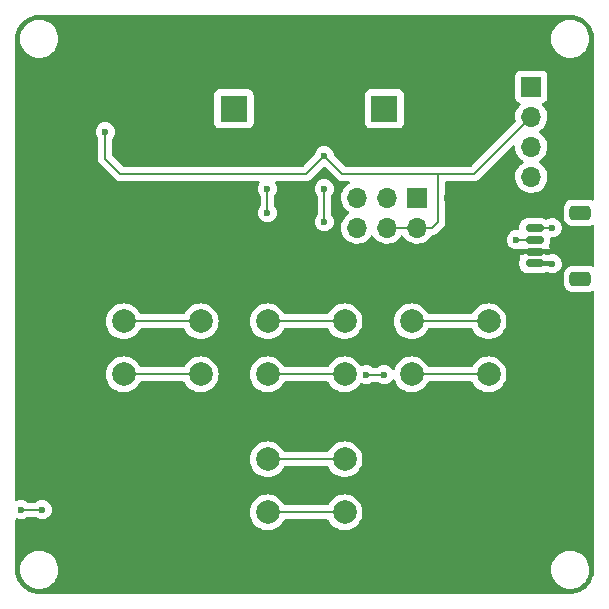
<source format=gbr>
%TF.GenerationSoftware,KiCad,Pcbnew,(6.0.5)*%
%TF.CreationDate,2023-01-02T12:27:37-06:00*%
%TF.ProjectId,remote,72656d6f-7465-42e6-9b69-6361645f7063,rev?*%
%TF.SameCoordinates,Original*%
%TF.FileFunction,Copper,L1,Top*%
%TF.FilePolarity,Positive*%
%FSLAX46Y46*%
G04 Gerber Fmt 4.6, Leading zero omitted, Abs format (unit mm)*
G04 Created by KiCad (PCBNEW (6.0.5)) date 2023-01-02 12:27:37*
%MOMM*%
%LPD*%
G01*
G04 APERTURE LIST*
G04 Aperture macros list*
%AMRoundRect*
0 Rectangle with rounded corners*
0 $1 Rounding radius*
0 $2 $3 $4 $5 $6 $7 $8 $9 X,Y pos of 4 corners*
0 Add a 4 corners polygon primitive as box body*
4,1,4,$2,$3,$4,$5,$6,$7,$8,$9,$2,$3,0*
0 Add four circle primitives for the rounded corners*
1,1,$1+$1,$2,$3*
1,1,$1+$1,$4,$5*
1,1,$1+$1,$6,$7*
1,1,$1+$1,$8,$9*
0 Add four rect primitives between the rounded corners*
20,1,$1+$1,$2,$3,$4,$5,0*
20,1,$1+$1,$4,$5,$6,$7,0*
20,1,$1+$1,$6,$7,$8,$9,0*
20,1,$1+$1,$8,$9,$2,$3,0*%
G04 Aperture macros list end*
%TA.AperFunction,ComponentPad*%
%ADD10C,2.000000*%
%TD*%
%TA.AperFunction,SMDPad,CuDef*%
%ADD11RoundRect,0.150000X0.625000X-0.150000X0.625000X0.150000X-0.625000X0.150000X-0.625000X-0.150000X0*%
%TD*%
%TA.AperFunction,SMDPad,CuDef*%
%ADD12RoundRect,0.250000X0.650000X-0.350000X0.650000X0.350000X-0.650000X0.350000X-0.650000X-0.350000X0*%
%TD*%
%TA.AperFunction,ComponentPad*%
%ADD13R,1.700000X1.700000*%
%TD*%
%TA.AperFunction,ComponentPad*%
%ADD14O,1.700000X1.700000*%
%TD*%
%TA.AperFunction,ComponentPad*%
%ADD15R,2.300000X2.300000*%
%TD*%
%TA.AperFunction,ViaPad*%
%ADD16C,0.600000*%
%TD*%
%TA.AperFunction,Conductor*%
%ADD17C,0.127000*%
%TD*%
%TA.AperFunction,Conductor*%
%ADD18C,0.400000*%
%TD*%
%TA.AperFunction,Conductor*%
%ADD19C,0.200000*%
%TD*%
G04 APERTURE END LIST*
D10*
%TO.P,SW3,1,1*%
%TO.N,Net-(SW3-Pad1)*%
X140659000Y-62012000D03*
X134159000Y-62012000D03*
%TO.P,SW3,2,2*%
%TO.N,Net-(R3-Pad2)*%
X140659000Y-66512000D03*
X134159000Y-66512000D03*
%TD*%
%TO.P,SW4,1,1*%
%TO.N,Net-(SW4-Pad1)*%
X121967000Y-73696000D03*
X128467000Y-73696000D03*
%TO.P,SW4,2,2*%
%TO.N,Net-(R3-Pad2)*%
X128467000Y-78196000D03*
X121967000Y-78196000D03*
%TD*%
D11*
%TO.P,J4,1,Pin_1*%
%TO.N,GND*%
X144558000Y-57126000D03*
%TO.P,J4,2,Pin_2*%
%TO.N,+3V3*%
X144558000Y-56126000D03*
%TO.P,J4,3,Pin_3*%
%TO.N,/SDA*%
X144558000Y-55126000D03*
%TO.P,J4,4,Pin_4*%
%TO.N,/SCL*%
X144558000Y-54126000D03*
D12*
%TO.P,J4,MP*%
%TO.N,N/C*%
X148433000Y-52826000D03*
X148433000Y-58426000D03*
%TD*%
D10*
%TO.P,SW2,1,1*%
%TO.N,Net-(SW2-Pad1)*%
X109780000Y-62012000D03*
X116280000Y-62012000D03*
%TO.P,SW2,2,2*%
%TO.N,Net-(R3-Pad2)*%
X109780000Y-66512000D03*
X116280000Y-66512000D03*
%TD*%
%TO.P,SW1,1,1*%
%TO.N,Net-(SW1-Pad1)*%
X121967000Y-62012000D03*
X128467000Y-62012000D03*
%TO.P,SW1,2,2*%
%TO.N,Net-(R3-Pad2)*%
X128467000Y-66512000D03*
X121967000Y-66512000D03*
%TD*%
D13*
%TO.P,J3,1,Pin_1*%
%TO.N,+3V3*%
X134605000Y-51557000D03*
D14*
%TO.P,J3,2,Pin_2*%
%TO.N,+5V*%
X134605000Y-54097000D03*
%TO.P,J3,3,Pin_3*%
%TO.N,/SDA*%
X132065000Y-51557000D03*
%TO.P,J3,4,Pin_4*%
%TO.N,+5V*%
X132065000Y-54097000D03*
%TO.P,J3,5,Pin_5*%
%TO.N,/SCL*%
X129525000Y-51557000D03*
%TO.P,J3,6,Pin_6*%
%TO.N,GND*%
X129525000Y-54097000D03*
%TD*%
D13*
%TO.P,J2,1,Pin_1*%
%TO.N,GND*%
X144272000Y-42164000D03*
D14*
%TO.P,J2,2,Pin_2*%
%TO.N,+5V*%
X144272000Y-44704000D03*
%TO.P,J2,3,Pin_3*%
%TO.N,/SCL*%
X144272000Y-47244000D03*
%TO.P,J2,4,Pin_4*%
%TO.N,/SDA*%
X144272000Y-49784000D03*
%TD*%
D15*
%TO.P,J1,8*%
%TO.N,N/C*%
X119098000Y-44022000D03*
%TO.P,J1,9*%
X131838000Y-44022000D03*
%TD*%
D16*
%TO.N,+3V3*%
X137160000Y-51562000D03*
X110490000Y-40132000D03*
X108966000Y-51562000D03*
X105664000Y-74930000D03*
X143002000Y-56134000D03*
X110490000Y-42672000D03*
%TO.N,GND*%
X101092000Y-77978000D03*
X102870000Y-77978000D03*
X146050000Y-57150000D03*
%TO.N,/IRQ*%
X126746000Y-53594000D03*
X126746000Y-50800000D03*
%TO.N,+5V*%
X108204000Y-45974000D03*
X126746000Y-48006000D03*
%TO.N,/SCL*%
X146050000Y-54102000D03*
%TO.N,/SDA*%
X121920000Y-50800000D03*
X121920000Y-52832000D03*
X143002000Y-55118000D03*
%TO.N,Net-(R3-Pad2)*%
X130302000Y-66548000D03*
X131826000Y-66548000D03*
%TD*%
D17*
%TO.N,+3V3*%
X144550000Y-56134000D02*
X143002000Y-56134000D01*
X144558000Y-56126000D02*
X144550000Y-56134000D01*
D18*
%TO.N,GND*%
X144558000Y-57126000D02*
X146026000Y-57126000D01*
D19*
X102870000Y-77978000D02*
X101092000Y-77978000D01*
D18*
X146050000Y-57150000D02*
X146026000Y-57126000D01*
D17*
%TO.N,/IRQ*%
X126746000Y-50800000D02*
X126746000Y-53594000D01*
D19*
%TO.N,+5V*%
X136398000Y-49530000D02*
X136398000Y-53594000D01*
X125222000Y-49530000D02*
X109474000Y-49530000D01*
X108204000Y-48260000D02*
X108204000Y-45974000D01*
X128270000Y-49530000D02*
X136398000Y-49530000D01*
X139446000Y-49530000D02*
X144272000Y-44704000D01*
D17*
X132065000Y-54097000D02*
X134605000Y-54097000D01*
D19*
X126746000Y-48006000D02*
X125222000Y-49530000D01*
X109474000Y-49530000D02*
X108204000Y-48260000D01*
X135895000Y-54097000D02*
X134605000Y-54097000D01*
X136398000Y-53594000D02*
X135895000Y-54097000D01*
X126746000Y-48006000D02*
X128270000Y-49530000D01*
X136398000Y-49530000D02*
X139446000Y-49530000D01*
D17*
%TO.N,/SCL*%
X144582000Y-54102000D02*
X144558000Y-54126000D01*
X146050000Y-54102000D02*
X144582000Y-54102000D01*
%TO.N,/SDA*%
X143002000Y-55118000D02*
X144550000Y-55118000D01*
X121920000Y-50800000D02*
X121920000Y-52832000D01*
X144550000Y-55118000D02*
X144558000Y-55126000D01*
D19*
%TO.N,Net-(R3-Pad2)*%
X131826000Y-66548000D02*
X130302000Y-66548000D01*
X134159000Y-66512000D02*
X140659000Y-66512000D01*
X109780000Y-66512000D02*
X116280000Y-66512000D01*
X128467000Y-78196000D02*
X121967000Y-78196000D01*
X121967000Y-66512000D02*
X128467000Y-66512000D01*
D17*
%TO.N,Net-(SW1-Pad1)*%
X121967000Y-62012000D02*
X128467000Y-62012000D01*
%TO.N,Net-(SW2-Pad1)*%
X109780000Y-62012000D02*
X116280000Y-62012000D01*
%TO.N,Net-(SW3-Pad1)*%
X134159000Y-62012000D02*
X140659000Y-62012000D01*
%TO.N,Net-(SW4-Pad1)*%
X121967000Y-73696000D02*
X128467000Y-73696000D01*
%TD*%
%TA.AperFunction,Conductor*%
%TO.N,+3V3*%
G36*
X147544018Y-36070000D02*
G01*
X147558851Y-36072310D01*
X147558855Y-36072310D01*
X147567724Y-36073691D01*
X147576626Y-36072527D01*
X147576629Y-36072527D01*
X147584012Y-36071561D01*
X147608591Y-36070767D01*
X147635442Y-36072527D01*
X147830922Y-36085340D01*
X147847262Y-36087491D01*
X147969477Y-36111801D01*
X148091696Y-36136112D01*
X148107606Y-36140375D01*
X148343600Y-36220484D01*
X148358826Y-36226791D01*
X148582342Y-36337016D01*
X148596616Y-36345257D01*
X148803829Y-36483713D01*
X148816905Y-36493746D01*
X149004278Y-36658068D01*
X149015932Y-36669722D01*
X149180254Y-36857095D01*
X149190287Y-36870171D01*
X149328743Y-37077384D01*
X149336984Y-37091658D01*
X149447209Y-37315174D01*
X149453515Y-37330398D01*
X149533625Y-37566394D01*
X149537888Y-37582304D01*
X149542646Y-37606221D01*
X149586509Y-37826738D01*
X149588660Y-37843078D01*
X149602763Y-38058236D01*
X149601733Y-38081350D01*
X149601690Y-38084854D01*
X149600309Y-38093724D01*
X149601473Y-38102626D01*
X149601473Y-38102628D01*
X149604436Y-38125283D01*
X149605500Y-38141621D01*
X149605500Y-51681338D01*
X149585498Y-51749459D01*
X149531842Y-51795952D01*
X149461568Y-51806056D01*
X149418737Y-51790537D01*
X149418605Y-51790820D01*
X149415425Y-51789337D01*
X149413385Y-51788598D01*
X149411972Y-51787727D01*
X149411967Y-51787725D01*
X149405738Y-51783885D01*
X149301946Y-51749459D01*
X149244389Y-51730368D01*
X149244387Y-51730368D01*
X149237861Y-51728203D01*
X149231025Y-51727503D01*
X149231022Y-51727502D01*
X149187969Y-51723091D01*
X149133400Y-51717500D01*
X147732600Y-51717500D01*
X147729354Y-51717837D01*
X147729350Y-51717837D01*
X147633692Y-51727762D01*
X147633688Y-51727763D01*
X147626834Y-51728474D01*
X147620298Y-51730655D01*
X147620296Y-51730655D01*
X147488194Y-51774728D01*
X147459054Y-51784450D01*
X147308652Y-51877522D01*
X147183695Y-52002697D01*
X147090885Y-52153262D01*
X147088581Y-52160209D01*
X147055324Y-52260477D01*
X147035203Y-52321139D01*
X147024500Y-52425600D01*
X147024500Y-53226400D01*
X147024837Y-53229646D01*
X147024837Y-53229650D01*
X147034461Y-53322401D01*
X147035474Y-53332166D01*
X147037655Y-53338702D01*
X147037655Y-53338704D01*
X147073956Y-53447509D01*
X147091450Y-53499946D01*
X147184522Y-53650348D01*
X147309697Y-53775305D01*
X147315927Y-53779145D01*
X147315928Y-53779146D01*
X147453090Y-53863694D01*
X147460262Y-53868115D01*
X147524459Y-53889408D01*
X147621611Y-53921632D01*
X147621613Y-53921632D01*
X147628139Y-53923797D01*
X147634975Y-53924497D01*
X147634978Y-53924498D01*
X147678031Y-53928909D01*
X147732600Y-53934500D01*
X149133400Y-53934500D01*
X149136646Y-53934163D01*
X149136650Y-53934163D01*
X149232308Y-53924238D01*
X149232312Y-53924237D01*
X149239166Y-53923526D01*
X149245702Y-53921345D01*
X149245704Y-53921345D01*
X149393101Y-53872169D01*
X149406946Y-53867550D01*
X149413200Y-53863680D01*
X149413218Y-53863675D01*
X149419797Y-53860593D01*
X149420325Y-53861719D01*
X149481652Y-53844844D01*
X149549422Y-53866007D01*
X149594991Y-53920449D01*
X149605500Y-53970826D01*
X149605500Y-57281338D01*
X149585498Y-57349459D01*
X149531842Y-57395952D01*
X149461568Y-57406056D01*
X149418737Y-57390537D01*
X149418605Y-57390820D01*
X149415425Y-57389337D01*
X149413385Y-57388598D01*
X149411972Y-57387727D01*
X149411967Y-57387725D01*
X149405738Y-57383885D01*
X149288376Y-57344958D01*
X149244389Y-57330368D01*
X149244387Y-57330368D01*
X149237861Y-57328203D01*
X149231025Y-57327503D01*
X149231022Y-57327502D01*
X149187969Y-57323091D01*
X149133400Y-57317500D01*
X147732600Y-57317500D01*
X147729354Y-57317837D01*
X147729350Y-57317837D01*
X147633692Y-57327762D01*
X147633688Y-57327763D01*
X147626834Y-57328474D01*
X147620298Y-57330655D01*
X147620296Y-57330655D01*
X147563934Y-57349459D01*
X147459054Y-57384450D01*
X147308652Y-57477522D01*
X147183695Y-57602697D01*
X147179855Y-57608927D01*
X147179854Y-57608928D01*
X147138523Y-57675980D01*
X147090885Y-57753262D01*
X147088581Y-57760209D01*
X147046414Y-57887340D01*
X147035203Y-57921139D01*
X147034503Y-57927975D01*
X147034502Y-57927978D01*
X147032488Y-57947637D01*
X147024500Y-58025600D01*
X147024500Y-58826400D01*
X147035474Y-58932166D01*
X147091450Y-59099946D01*
X147184522Y-59250348D01*
X147309697Y-59375305D01*
X147315927Y-59379145D01*
X147315928Y-59379146D01*
X147453090Y-59463694D01*
X147460262Y-59468115D01*
X147540005Y-59494564D01*
X147621611Y-59521632D01*
X147621613Y-59521632D01*
X147628139Y-59523797D01*
X147634975Y-59524497D01*
X147634978Y-59524498D01*
X147678031Y-59528909D01*
X147732600Y-59534500D01*
X149133400Y-59534500D01*
X149136646Y-59534163D01*
X149136650Y-59534163D01*
X149232308Y-59524238D01*
X149232312Y-59524237D01*
X149239166Y-59523526D01*
X149245702Y-59521345D01*
X149245704Y-59521345D01*
X149377806Y-59477272D01*
X149406946Y-59467550D01*
X149413200Y-59463680D01*
X149413218Y-59463675D01*
X149419797Y-59460593D01*
X149420325Y-59461719D01*
X149481652Y-59444844D01*
X149549422Y-59466007D01*
X149594991Y-59520449D01*
X149605500Y-59570826D01*
X149605500Y-83008633D01*
X149604000Y-83028018D01*
X149601690Y-83042851D01*
X149601690Y-83042855D01*
X149600309Y-83051724D01*
X149601473Y-83060626D01*
X149601473Y-83060629D01*
X149602439Y-83068012D01*
X149603233Y-83092591D01*
X149588660Y-83314922D01*
X149586509Y-83331262D01*
X149541689Y-83556591D01*
X149537889Y-83575693D01*
X149533625Y-83591606D01*
X149453516Y-83827600D01*
X149447209Y-83842826D01*
X149336984Y-84066342D01*
X149328743Y-84080616D01*
X149190287Y-84287829D01*
X149180254Y-84300905D01*
X149015932Y-84488278D01*
X149004278Y-84499932D01*
X148816905Y-84664254D01*
X148803829Y-84674287D01*
X148596616Y-84812743D01*
X148582342Y-84820984D01*
X148358826Y-84931209D01*
X148343602Y-84937515D01*
X148107606Y-85017625D01*
X148091696Y-85021888D01*
X147969477Y-85046199D01*
X147847262Y-85070509D01*
X147830922Y-85072660D01*
X147682134Y-85082413D01*
X147615763Y-85086763D01*
X147592650Y-85085733D01*
X147589146Y-85085690D01*
X147580276Y-85084309D01*
X147571374Y-85085473D01*
X147571372Y-85085473D01*
X147557915Y-85087233D01*
X147548714Y-85088436D01*
X147532379Y-85089500D01*
X102665367Y-85089500D01*
X102645982Y-85088000D01*
X102631149Y-85085690D01*
X102631145Y-85085690D01*
X102622276Y-85084309D01*
X102613374Y-85085473D01*
X102613371Y-85085473D01*
X102605988Y-85086439D01*
X102581409Y-85087233D01*
X102536799Y-85084309D01*
X102359078Y-85072660D01*
X102342738Y-85070509D01*
X102220523Y-85046199D01*
X102098304Y-85021888D01*
X102082394Y-85017625D01*
X101846398Y-84937515D01*
X101831174Y-84931209D01*
X101607658Y-84820984D01*
X101593384Y-84812743D01*
X101386171Y-84674287D01*
X101373095Y-84664254D01*
X101185722Y-84499932D01*
X101174068Y-84488278D01*
X101009746Y-84300905D01*
X100999713Y-84287829D01*
X100861257Y-84080616D01*
X100853016Y-84066342D01*
X100742791Y-83842826D01*
X100736484Y-83827600D01*
X100656375Y-83591606D01*
X100652111Y-83575693D01*
X100648312Y-83556591D01*
X100603491Y-83331262D01*
X100601340Y-83314922D01*
X100587476Y-83103407D01*
X100588650Y-83080232D01*
X100588334Y-83080204D01*
X100588770Y-83075344D01*
X100589576Y-83070552D01*
X100589729Y-83058000D01*
X101002526Y-83058000D01*
X101022391Y-83310403D01*
X101023545Y-83315210D01*
X101023546Y-83315216D01*
X101038401Y-83377092D01*
X101081495Y-83556591D01*
X101083388Y-83561162D01*
X101083389Y-83561164D01*
X101137869Y-83692689D01*
X101178384Y-83790502D01*
X101310672Y-84006376D01*
X101475102Y-84198898D01*
X101667624Y-84363328D01*
X101883498Y-84495616D01*
X101888068Y-84497509D01*
X101888072Y-84497511D01*
X102112836Y-84590611D01*
X102117409Y-84592505D01*
X102202032Y-84612821D01*
X102358784Y-84650454D01*
X102358790Y-84650455D01*
X102363597Y-84651609D01*
X102463416Y-84659465D01*
X102550345Y-84666307D01*
X102550352Y-84666307D01*
X102552801Y-84666500D01*
X102679199Y-84666500D01*
X102681648Y-84666307D01*
X102681655Y-84666307D01*
X102768584Y-84659465D01*
X102868403Y-84651609D01*
X102873210Y-84650455D01*
X102873216Y-84650454D01*
X103029968Y-84612821D01*
X103114591Y-84592505D01*
X103119164Y-84590611D01*
X103343928Y-84497511D01*
X103343932Y-84497509D01*
X103348502Y-84495616D01*
X103564376Y-84363328D01*
X103756898Y-84198898D01*
X103921328Y-84006376D01*
X104053616Y-83790502D01*
X104094132Y-83692689D01*
X104148611Y-83561164D01*
X104148612Y-83561162D01*
X104150505Y-83556591D01*
X104193599Y-83377092D01*
X104208454Y-83315216D01*
X104208455Y-83315210D01*
X104209609Y-83310403D01*
X104229474Y-83058000D01*
X145960526Y-83058000D01*
X145980391Y-83310403D01*
X145981545Y-83315210D01*
X145981546Y-83315216D01*
X145996401Y-83377092D01*
X146039495Y-83556591D01*
X146041388Y-83561162D01*
X146041389Y-83561164D01*
X146095869Y-83692689D01*
X146136384Y-83790502D01*
X146268672Y-84006376D01*
X146433102Y-84198898D01*
X146625624Y-84363328D01*
X146841498Y-84495616D01*
X146846068Y-84497509D01*
X146846072Y-84497511D01*
X147070836Y-84590611D01*
X147075409Y-84592505D01*
X147160032Y-84612821D01*
X147316784Y-84650454D01*
X147316790Y-84650455D01*
X147321597Y-84651609D01*
X147421416Y-84659465D01*
X147508345Y-84666307D01*
X147508352Y-84666307D01*
X147510801Y-84666500D01*
X147637199Y-84666500D01*
X147639648Y-84666307D01*
X147639655Y-84666307D01*
X147726584Y-84659465D01*
X147826403Y-84651609D01*
X147831210Y-84650455D01*
X147831216Y-84650454D01*
X147987968Y-84612821D01*
X148072591Y-84592505D01*
X148077164Y-84590611D01*
X148301928Y-84497511D01*
X148301932Y-84497509D01*
X148306502Y-84495616D01*
X148522376Y-84363328D01*
X148714898Y-84198898D01*
X148879328Y-84006376D01*
X149011616Y-83790502D01*
X149052132Y-83692689D01*
X149106611Y-83561164D01*
X149106612Y-83561162D01*
X149108505Y-83556591D01*
X149151599Y-83377092D01*
X149166454Y-83315216D01*
X149166455Y-83315210D01*
X149167609Y-83310403D01*
X149187474Y-83058000D01*
X149167609Y-82805597D01*
X149108505Y-82559409D01*
X149011616Y-82325498D01*
X148879328Y-82109624D01*
X148714898Y-81917102D01*
X148522376Y-81752672D01*
X148306502Y-81620384D01*
X148301932Y-81618491D01*
X148301928Y-81618489D01*
X148077164Y-81525389D01*
X148077162Y-81525388D01*
X148072591Y-81523495D01*
X147987968Y-81503179D01*
X147831216Y-81465546D01*
X147831210Y-81465545D01*
X147826403Y-81464391D01*
X147726584Y-81456535D01*
X147639655Y-81449693D01*
X147639648Y-81449693D01*
X147637199Y-81449500D01*
X147510801Y-81449500D01*
X147508352Y-81449693D01*
X147508345Y-81449693D01*
X147421416Y-81456535D01*
X147321597Y-81464391D01*
X147316790Y-81465545D01*
X147316784Y-81465546D01*
X147160032Y-81503179D01*
X147075409Y-81523495D01*
X147070838Y-81525388D01*
X147070836Y-81525389D01*
X146846072Y-81618489D01*
X146846068Y-81618491D01*
X146841498Y-81620384D01*
X146625624Y-81752672D01*
X146433102Y-81917102D01*
X146268672Y-82109624D01*
X146136384Y-82325498D01*
X146039495Y-82559409D01*
X145980391Y-82805597D01*
X145960526Y-83058000D01*
X104229474Y-83058000D01*
X104209609Y-82805597D01*
X104150505Y-82559409D01*
X104053616Y-82325498D01*
X103921328Y-82109624D01*
X103756898Y-81917102D01*
X103564376Y-81752672D01*
X103348502Y-81620384D01*
X103343932Y-81618491D01*
X103343928Y-81618489D01*
X103119164Y-81525389D01*
X103119162Y-81525388D01*
X103114591Y-81523495D01*
X103029968Y-81503179D01*
X102873216Y-81465546D01*
X102873210Y-81465545D01*
X102868403Y-81464391D01*
X102768584Y-81456535D01*
X102681655Y-81449693D01*
X102681648Y-81449693D01*
X102679199Y-81449500D01*
X102552801Y-81449500D01*
X102550352Y-81449693D01*
X102550345Y-81449693D01*
X102463416Y-81456535D01*
X102363597Y-81464391D01*
X102358790Y-81465545D01*
X102358784Y-81465546D01*
X102202032Y-81503179D01*
X102117409Y-81523495D01*
X102112838Y-81525388D01*
X102112836Y-81525389D01*
X101888072Y-81618489D01*
X101888068Y-81618491D01*
X101883498Y-81620384D01*
X101667624Y-81752672D01*
X101475102Y-81917102D01*
X101310672Y-82109624D01*
X101178384Y-82325498D01*
X101081495Y-82559409D01*
X101022391Y-82805597D01*
X101002526Y-83058000D01*
X100589729Y-83058000D01*
X100585773Y-83030376D01*
X100584500Y-83012514D01*
X100584500Y-78833201D01*
X100604502Y-78765080D01*
X100658158Y-78718587D01*
X100728432Y-78708483D01*
X100754419Y-78715104D01*
X100763785Y-78718587D01*
X100888558Y-78764990D01*
X100888560Y-78764990D01*
X100895168Y-78767448D01*
X100978995Y-78778633D01*
X101067980Y-78790507D01*
X101067984Y-78790507D01*
X101074961Y-78791438D01*
X101081972Y-78790800D01*
X101081976Y-78790800D01*
X101224459Y-78777832D01*
X101255600Y-78774998D01*
X101262302Y-78772820D01*
X101262304Y-78772820D01*
X101421409Y-78721124D01*
X101421412Y-78721123D01*
X101428108Y-78718947D01*
X101583912Y-78626069D01*
X101589013Y-78621212D01*
X101594626Y-78616951D01*
X101595385Y-78617952D01*
X101652090Y-78588762D01*
X101675860Y-78586500D01*
X102285699Y-78586500D01*
X102354692Y-78607068D01*
X102371325Y-78617952D01*
X102503159Y-78704222D01*
X102509763Y-78706678D01*
X102509765Y-78706679D01*
X102666558Y-78764990D01*
X102666560Y-78764990D01*
X102673168Y-78767448D01*
X102756995Y-78778633D01*
X102845980Y-78790507D01*
X102845984Y-78790507D01*
X102852961Y-78791438D01*
X102859972Y-78790800D01*
X102859976Y-78790800D01*
X103002459Y-78777832D01*
X103033600Y-78774998D01*
X103040302Y-78772820D01*
X103040304Y-78772820D01*
X103199409Y-78721124D01*
X103199412Y-78721123D01*
X103206108Y-78718947D01*
X103361912Y-78626069D01*
X103493266Y-78500982D01*
X103593643Y-78349902D01*
X103652106Y-78196000D01*
X120453835Y-78196000D01*
X120472465Y-78432711D01*
X120527895Y-78663594D01*
X120529788Y-78668165D01*
X120529789Y-78668167D01*
X120615496Y-78875082D01*
X120618760Y-78882963D01*
X120621346Y-78887183D01*
X120740241Y-79081202D01*
X120740245Y-79081208D01*
X120742824Y-79085416D01*
X120897031Y-79265969D01*
X121077584Y-79420176D01*
X121081792Y-79422755D01*
X121081798Y-79422759D01*
X121275817Y-79541654D01*
X121280037Y-79544240D01*
X121284607Y-79546133D01*
X121284611Y-79546135D01*
X121494833Y-79633211D01*
X121499406Y-79635105D01*
X121579609Y-79654360D01*
X121725476Y-79689380D01*
X121725482Y-79689381D01*
X121730289Y-79690535D01*
X121967000Y-79709165D01*
X122203711Y-79690535D01*
X122208518Y-79689381D01*
X122208524Y-79689380D01*
X122354391Y-79654360D01*
X122434594Y-79635105D01*
X122439167Y-79633211D01*
X122649389Y-79546135D01*
X122649393Y-79546133D01*
X122653963Y-79544240D01*
X122658183Y-79541654D01*
X122852202Y-79422759D01*
X122852208Y-79422755D01*
X122856416Y-79420176D01*
X123036969Y-79265969D01*
X123191176Y-79085416D01*
X123193755Y-79081208D01*
X123193759Y-79081202D01*
X123312654Y-78887183D01*
X123315240Y-78882963D01*
X123317135Y-78878389D01*
X123319381Y-78873980D01*
X123321390Y-78875004D01*
X123360060Y-78827008D01*
X123431931Y-78804500D01*
X127002069Y-78804500D01*
X127070190Y-78824502D01*
X127112457Y-78875082D01*
X127114619Y-78873980D01*
X127116865Y-78878389D01*
X127118760Y-78882963D01*
X127121346Y-78887183D01*
X127240241Y-79081202D01*
X127240245Y-79081208D01*
X127242824Y-79085416D01*
X127397031Y-79265969D01*
X127577584Y-79420176D01*
X127581792Y-79422755D01*
X127581798Y-79422759D01*
X127775817Y-79541654D01*
X127780037Y-79544240D01*
X127784607Y-79546133D01*
X127784611Y-79546135D01*
X127994833Y-79633211D01*
X127999406Y-79635105D01*
X128079609Y-79654360D01*
X128225476Y-79689380D01*
X128225482Y-79689381D01*
X128230289Y-79690535D01*
X128467000Y-79709165D01*
X128703711Y-79690535D01*
X128708518Y-79689381D01*
X128708524Y-79689380D01*
X128854391Y-79654360D01*
X128934594Y-79635105D01*
X128939167Y-79633211D01*
X129149389Y-79546135D01*
X129149393Y-79546133D01*
X129153963Y-79544240D01*
X129158183Y-79541654D01*
X129352202Y-79422759D01*
X129352208Y-79422755D01*
X129356416Y-79420176D01*
X129536969Y-79265969D01*
X129691176Y-79085416D01*
X129693755Y-79081208D01*
X129693759Y-79081202D01*
X129812654Y-78887183D01*
X129815240Y-78882963D01*
X129818505Y-78875082D01*
X129904211Y-78668167D01*
X129904212Y-78668165D01*
X129906105Y-78663594D01*
X129961535Y-78432711D01*
X129980165Y-78196000D01*
X129961535Y-77959289D01*
X129906105Y-77728406D01*
X129863873Y-77626448D01*
X129817135Y-77513611D01*
X129817133Y-77513607D01*
X129815240Y-77509037D01*
X129789864Y-77467627D01*
X129693759Y-77310798D01*
X129693755Y-77310792D01*
X129691176Y-77306584D01*
X129536969Y-77126031D01*
X129356416Y-76971824D01*
X129352208Y-76969245D01*
X129352202Y-76969241D01*
X129158183Y-76850346D01*
X129153963Y-76847760D01*
X129149393Y-76845867D01*
X129149389Y-76845865D01*
X128939167Y-76758789D01*
X128939165Y-76758788D01*
X128934594Y-76756895D01*
X128854391Y-76737640D01*
X128708524Y-76702620D01*
X128708518Y-76702619D01*
X128703711Y-76701465D01*
X128467000Y-76682835D01*
X128230289Y-76701465D01*
X128225482Y-76702619D01*
X128225476Y-76702620D01*
X128079609Y-76737640D01*
X127999406Y-76756895D01*
X127994835Y-76758788D01*
X127994833Y-76758789D01*
X127784611Y-76845865D01*
X127784607Y-76845867D01*
X127780037Y-76847760D01*
X127775817Y-76850346D01*
X127581798Y-76969241D01*
X127581792Y-76969245D01*
X127577584Y-76971824D01*
X127397031Y-77126031D01*
X127242824Y-77306584D01*
X127240245Y-77310792D01*
X127240241Y-77310798D01*
X127144136Y-77467627D01*
X127118760Y-77509037D01*
X127116865Y-77513611D01*
X127114619Y-77518020D01*
X127112610Y-77516996D01*
X127073940Y-77564992D01*
X127002069Y-77587500D01*
X123431931Y-77587500D01*
X123363810Y-77567498D01*
X123321543Y-77516918D01*
X123319381Y-77518020D01*
X123317135Y-77513611D01*
X123315240Y-77509037D01*
X123289864Y-77467627D01*
X123193759Y-77310798D01*
X123193755Y-77310792D01*
X123191176Y-77306584D01*
X123036969Y-77126031D01*
X122856416Y-76971824D01*
X122852208Y-76969245D01*
X122852202Y-76969241D01*
X122658183Y-76850346D01*
X122653963Y-76847760D01*
X122649393Y-76845867D01*
X122649389Y-76845865D01*
X122439167Y-76758789D01*
X122439165Y-76758788D01*
X122434594Y-76756895D01*
X122354391Y-76737640D01*
X122208524Y-76702620D01*
X122208518Y-76702619D01*
X122203711Y-76701465D01*
X121967000Y-76682835D01*
X121730289Y-76701465D01*
X121725482Y-76702619D01*
X121725476Y-76702620D01*
X121579609Y-76737640D01*
X121499406Y-76756895D01*
X121494835Y-76758788D01*
X121494833Y-76758789D01*
X121284611Y-76845865D01*
X121284607Y-76845867D01*
X121280037Y-76847760D01*
X121275817Y-76850346D01*
X121081798Y-76969241D01*
X121081792Y-76969245D01*
X121077584Y-76971824D01*
X120897031Y-77126031D01*
X120742824Y-77306584D01*
X120740245Y-77310792D01*
X120740241Y-77310798D01*
X120644136Y-77467627D01*
X120618760Y-77509037D01*
X120616867Y-77513607D01*
X120616865Y-77513611D01*
X120570127Y-77626448D01*
X120527895Y-77728406D01*
X120472465Y-77959289D01*
X120453835Y-78196000D01*
X103652106Y-78196000D01*
X103655555Y-78186920D01*
X103655556Y-78186918D01*
X103658055Y-78180338D01*
X103683299Y-78000717D01*
X103683616Y-77978000D01*
X103663397Y-77797745D01*
X103661080Y-77791091D01*
X103606064Y-77633106D01*
X103606062Y-77633103D01*
X103603745Y-77626448D01*
X103535992Y-77518020D01*
X103511359Y-77478598D01*
X103507626Y-77472624D01*
X103502664Y-77467627D01*
X103384778Y-77348915D01*
X103384774Y-77348912D01*
X103379815Y-77343918D01*
X103368697Y-77336862D01*
X103315063Y-77302825D01*
X103226666Y-77246727D01*
X103197463Y-77236328D01*
X103062425Y-77188243D01*
X103062420Y-77188242D01*
X103055790Y-77185881D01*
X103048802Y-77185048D01*
X103048799Y-77185047D01*
X102925698Y-77170368D01*
X102875680Y-77164404D01*
X102868677Y-77165140D01*
X102868676Y-77165140D01*
X102702288Y-77182628D01*
X102702286Y-77182629D01*
X102695288Y-77183364D01*
X102523579Y-77241818D01*
X102369088Y-77336862D01*
X102364054Y-77341791D01*
X102362776Y-77342790D01*
X102296782Y-77368967D01*
X102285204Y-77369500D01*
X101676751Y-77369500D01*
X101608630Y-77349498D01*
X101604157Y-77346276D01*
X101601815Y-77343918D01*
X101590697Y-77336862D01*
X101537063Y-77302825D01*
X101448666Y-77246727D01*
X101419463Y-77236328D01*
X101284425Y-77188243D01*
X101284420Y-77188242D01*
X101277790Y-77185881D01*
X101270802Y-77185048D01*
X101270799Y-77185047D01*
X101147698Y-77170368D01*
X101097680Y-77164404D01*
X101090677Y-77165140D01*
X101090676Y-77165140D01*
X100924288Y-77182628D01*
X100924286Y-77182629D01*
X100917288Y-77183364D01*
X100751104Y-77239937D01*
X100680173Y-77242955D01*
X100618869Y-77207145D01*
X100586657Y-77143876D01*
X100584500Y-77120659D01*
X100584500Y-73696000D01*
X120453835Y-73696000D01*
X120472465Y-73932711D01*
X120527895Y-74163594D01*
X120618760Y-74382963D01*
X120621346Y-74387183D01*
X120740241Y-74581202D01*
X120740245Y-74581208D01*
X120742824Y-74585416D01*
X120897031Y-74765969D01*
X121077584Y-74920176D01*
X121081792Y-74922755D01*
X121081798Y-74922759D01*
X121275817Y-75041654D01*
X121280037Y-75044240D01*
X121284607Y-75046133D01*
X121284611Y-75046135D01*
X121494833Y-75133211D01*
X121499406Y-75135105D01*
X121579609Y-75154360D01*
X121725476Y-75189380D01*
X121725482Y-75189381D01*
X121730289Y-75190535D01*
X121967000Y-75209165D01*
X122203711Y-75190535D01*
X122208518Y-75189381D01*
X122208524Y-75189380D01*
X122354391Y-75154360D01*
X122434594Y-75135105D01*
X122439167Y-75133211D01*
X122649389Y-75046135D01*
X122649393Y-75046133D01*
X122653963Y-75044240D01*
X122658183Y-75041654D01*
X122852202Y-74922759D01*
X122852208Y-74922755D01*
X122856416Y-74920176D01*
X123036969Y-74765969D01*
X123191176Y-74585416D01*
X123193755Y-74581208D01*
X123193759Y-74581202D01*
X123312654Y-74387183D01*
X123315240Y-74382963D01*
X123330641Y-74345782D01*
X123375190Y-74290501D01*
X123447050Y-74268000D01*
X126986950Y-74268000D01*
X127055071Y-74288002D01*
X127103359Y-74345782D01*
X127118760Y-74382963D01*
X127121346Y-74387183D01*
X127240241Y-74581202D01*
X127240245Y-74581208D01*
X127242824Y-74585416D01*
X127397031Y-74765969D01*
X127577584Y-74920176D01*
X127581792Y-74922755D01*
X127581798Y-74922759D01*
X127775817Y-75041654D01*
X127780037Y-75044240D01*
X127784607Y-75046133D01*
X127784611Y-75046135D01*
X127994833Y-75133211D01*
X127999406Y-75135105D01*
X128079609Y-75154360D01*
X128225476Y-75189380D01*
X128225482Y-75189381D01*
X128230289Y-75190535D01*
X128467000Y-75209165D01*
X128703711Y-75190535D01*
X128708518Y-75189381D01*
X128708524Y-75189380D01*
X128854391Y-75154360D01*
X128934594Y-75135105D01*
X128939167Y-75133211D01*
X129149389Y-75046135D01*
X129149393Y-75046133D01*
X129153963Y-75044240D01*
X129158183Y-75041654D01*
X129352202Y-74922759D01*
X129352208Y-74922755D01*
X129356416Y-74920176D01*
X129536969Y-74765969D01*
X129691176Y-74585416D01*
X129693755Y-74581208D01*
X129693759Y-74581202D01*
X129812654Y-74387183D01*
X129815240Y-74382963D01*
X129906105Y-74163594D01*
X129961535Y-73932711D01*
X129980165Y-73696000D01*
X129961535Y-73459289D01*
X129906105Y-73228406D01*
X129815240Y-73009037D01*
X129812654Y-73004817D01*
X129693759Y-72810798D01*
X129693755Y-72810792D01*
X129691176Y-72806584D01*
X129536969Y-72626031D01*
X129356416Y-72471824D01*
X129352208Y-72469245D01*
X129352202Y-72469241D01*
X129158183Y-72350346D01*
X129153963Y-72347760D01*
X129149393Y-72345867D01*
X129149389Y-72345865D01*
X128939167Y-72258789D01*
X128939165Y-72258788D01*
X128934594Y-72256895D01*
X128854391Y-72237640D01*
X128708524Y-72202620D01*
X128708518Y-72202619D01*
X128703711Y-72201465D01*
X128467000Y-72182835D01*
X128230289Y-72201465D01*
X128225482Y-72202619D01*
X128225476Y-72202620D01*
X128079609Y-72237640D01*
X127999406Y-72256895D01*
X127994835Y-72258788D01*
X127994833Y-72258789D01*
X127784611Y-72345865D01*
X127784607Y-72345867D01*
X127780037Y-72347760D01*
X127775817Y-72350346D01*
X127581798Y-72469241D01*
X127581792Y-72469245D01*
X127577584Y-72471824D01*
X127397031Y-72626031D01*
X127242824Y-72806584D01*
X127240245Y-72810792D01*
X127240241Y-72810798D01*
X127121346Y-73004817D01*
X127118760Y-73009037D01*
X127116865Y-73013612D01*
X127103359Y-73046218D01*
X127058810Y-73101499D01*
X126986950Y-73124000D01*
X123447050Y-73124000D01*
X123378929Y-73103998D01*
X123330641Y-73046218D01*
X123317135Y-73013612D01*
X123315240Y-73009037D01*
X123312654Y-73004817D01*
X123193759Y-72810798D01*
X123193755Y-72810792D01*
X123191176Y-72806584D01*
X123036969Y-72626031D01*
X122856416Y-72471824D01*
X122852208Y-72469245D01*
X122852202Y-72469241D01*
X122658183Y-72350346D01*
X122653963Y-72347760D01*
X122649393Y-72345867D01*
X122649389Y-72345865D01*
X122439167Y-72258789D01*
X122439165Y-72258788D01*
X122434594Y-72256895D01*
X122354391Y-72237640D01*
X122208524Y-72202620D01*
X122208518Y-72202619D01*
X122203711Y-72201465D01*
X121967000Y-72182835D01*
X121730289Y-72201465D01*
X121725482Y-72202619D01*
X121725476Y-72202620D01*
X121579609Y-72237640D01*
X121499406Y-72256895D01*
X121494835Y-72258788D01*
X121494833Y-72258789D01*
X121284611Y-72345865D01*
X121284607Y-72345867D01*
X121280037Y-72347760D01*
X121275817Y-72350346D01*
X121081798Y-72469241D01*
X121081792Y-72469245D01*
X121077584Y-72471824D01*
X120897031Y-72626031D01*
X120742824Y-72806584D01*
X120740245Y-72810792D01*
X120740241Y-72810798D01*
X120621346Y-73004817D01*
X120618760Y-73009037D01*
X120527895Y-73228406D01*
X120472465Y-73459289D01*
X120453835Y-73696000D01*
X100584500Y-73696000D01*
X100584500Y-66512000D01*
X108266835Y-66512000D01*
X108285465Y-66748711D01*
X108340895Y-66979594D01*
X108342788Y-66984165D01*
X108342789Y-66984167D01*
X108428496Y-67191082D01*
X108431760Y-67198963D01*
X108434346Y-67203183D01*
X108553241Y-67397202D01*
X108553245Y-67397208D01*
X108555824Y-67401416D01*
X108710031Y-67581969D01*
X108890584Y-67736176D01*
X108894792Y-67738755D01*
X108894798Y-67738759D01*
X109088817Y-67857654D01*
X109093037Y-67860240D01*
X109097607Y-67862133D01*
X109097611Y-67862135D01*
X109307833Y-67949211D01*
X109312406Y-67951105D01*
X109392609Y-67970360D01*
X109538476Y-68005380D01*
X109538482Y-68005381D01*
X109543289Y-68006535D01*
X109780000Y-68025165D01*
X110016711Y-68006535D01*
X110021518Y-68005381D01*
X110021524Y-68005380D01*
X110167391Y-67970360D01*
X110247594Y-67951105D01*
X110252167Y-67949211D01*
X110462389Y-67862135D01*
X110462393Y-67862133D01*
X110466963Y-67860240D01*
X110471183Y-67857654D01*
X110665202Y-67738759D01*
X110665208Y-67738755D01*
X110669416Y-67736176D01*
X110849969Y-67581969D01*
X111004176Y-67401416D01*
X111006755Y-67397208D01*
X111006759Y-67397202D01*
X111125654Y-67203183D01*
X111128240Y-67198963D01*
X111130135Y-67194389D01*
X111132381Y-67189980D01*
X111134390Y-67191004D01*
X111173060Y-67143008D01*
X111244931Y-67120500D01*
X114815069Y-67120500D01*
X114883190Y-67140502D01*
X114925457Y-67191082D01*
X114927619Y-67189980D01*
X114929865Y-67194389D01*
X114931760Y-67198963D01*
X114934346Y-67203183D01*
X115053241Y-67397202D01*
X115053245Y-67397208D01*
X115055824Y-67401416D01*
X115210031Y-67581969D01*
X115390584Y-67736176D01*
X115394792Y-67738755D01*
X115394798Y-67738759D01*
X115588817Y-67857654D01*
X115593037Y-67860240D01*
X115597607Y-67862133D01*
X115597611Y-67862135D01*
X115807833Y-67949211D01*
X115812406Y-67951105D01*
X115892609Y-67970360D01*
X116038476Y-68005380D01*
X116038482Y-68005381D01*
X116043289Y-68006535D01*
X116280000Y-68025165D01*
X116516711Y-68006535D01*
X116521518Y-68005381D01*
X116521524Y-68005380D01*
X116667391Y-67970360D01*
X116747594Y-67951105D01*
X116752167Y-67949211D01*
X116962389Y-67862135D01*
X116962393Y-67862133D01*
X116966963Y-67860240D01*
X116971183Y-67857654D01*
X117165202Y-67738759D01*
X117165208Y-67738755D01*
X117169416Y-67736176D01*
X117349969Y-67581969D01*
X117504176Y-67401416D01*
X117506755Y-67397208D01*
X117506759Y-67397202D01*
X117625654Y-67203183D01*
X117628240Y-67198963D01*
X117631505Y-67191082D01*
X117717211Y-66984167D01*
X117717212Y-66984165D01*
X117719105Y-66979594D01*
X117774535Y-66748711D01*
X117793165Y-66512000D01*
X120453835Y-66512000D01*
X120472465Y-66748711D01*
X120527895Y-66979594D01*
X120529788Y-66984165D01*
X120529789Y-66984167D01*
X120615496Y-67191082D01*
X120618760Y-67198963D01*
X120621346Y-67203183D01*
X120740241Y-67397202D01*
X120740245Y-67397208D01*
X120742824Y-67401416D01*
X120897031Y-67581969D01*
X121077584Y-67736176D01*
X121081792Y-67738755D01*
X121081798Y-67738759D01*
X121275817Y-67857654D01*
X121280037Y-67860240D01*
X121284607Y-67862133D01*
X121284611Y-67862135D01*
X121494833Y-67949211D01*
X121499406Y-67951105D01*
X121579609Y-67970360D01*
X121725476Y-68005380D01*
X121725482Y-68005381D01*
X121730289Y-68006535D01*
X121967000Y-68025165D01*
X122203711Y-68006535D01*
X122208518Y-68005381D01*
X122208524Y-68005380D01*
X122354391Y-67970360D01*
X122434594Y-67951105D01*
X122439167Y-67949211D01*
X122649389Y-67862135D01*
X122649393Y-67862133D01*
X122653963Y-67860240D01*
X122658183Y-67857654D01*
X122852202Y-67738759D01*
X122852208Y-67738755D01*
X122856416Y-67736176D01*
X123036969Y-67581969D01*
X123191176Y-67401416D01*
X123193755Y-67397208D01*
X123193759Y-67397202D01*
X123312654Y-67203183D01*
X123315240Y-67198963D01*
X123317135Y-67194389D01*
X123319381Y-67189980D01*
X123321390Y-67191004D01*
X123360060Y-67143008D01*
X123431931Y-67120500D01*
X127002069Y-67120500D01*
X127070190Y-67140502D01*
X127112457Y-67191082D01*
X127114619Y-67189980D01*
X127116865Y-67194389D01*
X127118760Y-67198963D01*
X127121346Y-67203183D01*
X127240241Y-67397202D01*
X127240245Y-67397208D01*
X127242824Y-67401416D01*
X127397031Y-67581969D01*
X127577584Y-67736176D01*
X127581792Y-67738755D01*
X127581798Y-67738759D01*
X127775817Y-67857654D01*
X127780037Y-67860240D01*
X127784607Y-67862133D01*
X127784611Y-67862135D01*
X127994833Y-67949211D01*
X127999406Y-67951105D01*
X128079609Y-67970360D01*
X128225476Y-68005380D01*
X128225482Y-68005381D01*
X128230289Y-68006535D01*
X128467000Y-68025165D01*
X128703711Y-68006535D01*
X128708518Y-68005381D01*
X128708524Y-68005380D01*
X128854391Y-67970360D01*
X128934594Y-67951105D01*
X128939167Y-67949211D01*
X129149389Y-67862135D01*
X129149393Y-67862133D01*
X129153963Y-67860240D01*
X129158183Y-67857654D01*
X129352202Y-67738759D01*
X129352208Y-67738755D01*
X129356416Y-67736176D01*
X129536969Y-67581969D01*
X129691176Y-67401416D01*
X129748828Y-67307337D01*
X129801475Y-67259707D01*
X129871516Y-67248100D01*
X129925251Y-67267739D01*
X129928620Y-67269943D01*
X129935159Y-67274222D01*
X129941763Y-67276678D01*
X130098558Y-67334990D01*
X130098560Y-67334990D01*
X130105168Y-67337448D01*
X130188995Y-67348633D01*
X130277980Y-67360507D01*
X130277984Y-67360507D01*
X130284961Y-67361438D01*
X130291972Y-67360800D01*
X130291976Y-67360800D01*
X130434459Y-67347832D01*
X130465600Y-67344998D01*
X130472302Y-67342820D01*
X130472304Y-67342820D01*
X130631409Y-67291124D01*
X130631412Y-67291123D01*
X130638108Y-67288947D01*
X130793912Y-67196069D01*
X130799013Y-67191212D01*
X130804626Y-67186951D01*
X130805385Y-67187952D01*
X130862090Y-67158762D01*
X130885860Y-67156500D01*
X131241699Y-67156500D01*
X131310692Y-67177068D01*
X131436978Y-67259707D01*
X131459159Y-67274222D01*
X131465763Y-67276678D01*
X131465765Y-67276679D01*
X131622558Y-67334990D01*
X131622560Y-67334990D01*
X131629168Y-67337448D01*
X131712995Y-67348633D01*
X131801980Y-67360507D01*
X131801984Y-67360507D01*
X131808961Y-67361438D01*
X131815972Y-67360800D01*
X131815976Y-67360800D01*
X131958459Y-67347832D01*
X131989600Y-67344998D01*
X131996302Y-67342820D01*
X131996304Y-67342820D01*
X132155409Y-67291124D01*
X132155412Y-67291123D01*
X132162108Y-67288947D01*
X132258513Y-67231478D01*
X132311860Y-67199677D01*
X132311862Y-67199676D01*
X132317912Y-67196069D01*
X132449266Y-67070982D01*
X132508421Y-66981946D01*
X132562778Y-66936276D01*
X132633198Y-66927243D01*
X132697322Y-66957716D01*
X132729778Y-67003455D01*
X132807549Y-67191211D01*
X132810760Y-67198963D01*
X132813346Y-67203183D01*
X132932241Y-67397202D01*
X132932245Y-67397208D01*
X132934824Y-67401416D01*
X133089031Y-67581969D01*
X133269584Y-67736176D01*
X133273792Y-67738755D01*
X133273798Y-67738759D01*
X133467817Y-67857654D01*
X133472037Y-67860240D01*
X133476607Y-67862133D01*
X133476611Y-67862135D01*
X133686833Y-67949211D01*
X133691406Y-67951105D01*
X133771609Y-67970360D01*
X133917476Y-68005380D01*
X133917482Y-68005381D01*
X133922289Y-68006535D01*
X134159000Y-68025165D01*
X134395711Y-68006535D01*
X134400518Y-68005381D01*
X134400524Y-68005380D01*
X134546391Y-67970360D01*
X134626594Y-67951105D01*
X134631167Y-67949211D01*
X134841389Y-67862135D01*
X134841393Y-67862133D01*
X134845963Y-67860240D01*
X134850183Y-67857654D01*
X135044202Y-67738759D01*
X135044208Y-67738755D01*
X135048416Y-67736176D01*
X135228969Y-67581969D01*
X135383176Y-67401416D01*
X135385755Y-67397208D01*
X135385759Y-67397202D01*
X135504654Y-67203183D01*
X135507240Y-67198963D01*
X135509135Y-67194389D01*
X135511381Y-67189980D01*
X135513390Y-67191004D01*
X135552060Y-67143008D01*
X135623931Y-67120500D01*
X139194069Y-67120500D01*
X139262190Y-67140502D01*
X139304457Y-67191082D01*
X139306619Y-67189980D01*
X139308865Y-67194389D01*
X139310760Y-67198963D01*
X139313346Y-67203183D01*
X139432241Y-67397202D01*
X139432245Y-67397208D01*
X139434824Y-67401416D01*
X139589031Y-67581969D01*
X139769584Y-67736176D01*
X139773792Y-67738755D01*
X139773798Y-67738759D01*
X139967817Y-67857654D01*
X139972037Y-67860240D01*
X139976607Y-67862133D01*
X139976611Y-67862135D01*
X140186833Y-67949211D01*
X140191406Y-67951105D01*
X140271609Y-67970360D01*
X140417476Y-68005380D01*
X140417482Y-68005381D01*
X140422289Y-68006535D01*
X140659000Y-68025165D01*
X140895711Y-68006535D01*
X140900518Y-68005381D01*
X140900524Y-68005380D01*
X141046391Y-67970360D01*
X141126594Y-67951105D01*
X141131167Y-67949211D01*
X141341389Y-67862135D01*
X141341393Y-67862133D01*
X141345963Y-67860240D01*
X141350183Y-67857654D01*
X141544202Y-67738759D01*
X141544208Y-67738755D01*
X141548416Y-67736176D01*
X141728969Y-67581969D01*
X141883176Y-67401416D01*
X141885755Y-67397208D01*
X141885759Y-67397202D01*
X142004654Y-67203183D01*
X142007240Y-67198963D01*
X142010505Y-67191082D01*
X142096211Y-66984167D01*
X142096212Y-66984165D01*
X142098105Y-66979594D01*
X142153535Y-66748711D01*
X142172165Y-66512000D01*
X142153535Y-66275289D01*
X142098105Y-66044406D01*
X142046367Y-65919498D01*
X142009135Y-65829611D01*
X142009133Y-65829607D01*
X142007240Y-65825037D01*
X141997580Y-65809274D01*
X141885759Y-65626798D01*
X141885755Y-65626792D01*
X141883176Y-65622584D01*
X141728969Y-65442031D01*
X141548416Y-65287824D01*
X141544208Y-65285245D01*
X141544202Y-65285241D01*
X141350183Y-65166346D01*
X141345963Y-65163760D01*
X141341393Y-65161867D01*
X141341389Y-65161865D01*
X141131167Y-65074789D01*
X141131165Y-65074788D01*
X141126594Y-65072895D01*
X141046391Y-65053640D01*
X140900524Y-65018620D01*
X140900518Y-65018619D01*
X140895711Y-65017465D01*
X140659000Y-64998835D01*
X140422289Y-65017465D01*
X140417482Y-65018619D01*
X140417476Y-65018620D01*
X140271609Y-65053640D01*
X140191406Y-65072895D01*
X140186835Y-65074788D01*
X140186833Y-65074789D01*
X139976611Y-65161865D01*
X139976607Y-65161867D01*
X139972037Y-65163760D01*
X139967817Y-65166346D01*
X139773798Y-65285241D01*
X139773792Y-65285245D01*
X139769584Y-65287824D01*
X139589031Y-65442031D01*
X139434824Y-65622584D01*
X139432245Y-65626792D01*
X139432241Y-65626798D01*
X139320420Y-65809274D01*
X139310760Y-65825037D01*
X139308865Y-65829611D01*
X139306619Y-65834020D01*
X139304610Y-65832996D01*
X139265940Y-65880992D01*
X139194069Y-65903500D01*
X135623931Y-65903500D01*
X135555810Y-65883498D01*
X135513543Y-65832918D01*
X135511381Y-65834020D01*
X135509135Y-65829611D01*
X135507240Y-65825037D01*
X135497580Y-65809274D01*
X135385759Y-65626798D01*
X135385755Y-65626792D01*
X135383176Y-65622584D01*
X135228969Y-65442031D01*
X135048416Y-65287824D01*
X135044208Y-65285245D01*
X135044202Y-65285241D01*
X134850183Y-65166346D01*
X134845963Y-65163760D01*
X134841393Y-65161867D01*
X134841389Y-65161865D01*
X134631167Y-65074789D01*
X134631165Y-65074788D01*
X134626594Y-65072895D01*
X134546391Y-65053640D01*
X134400524Y-65018620D01*
X134400518Y-65018619D01*
X134395711Y-65017465D01*
X134159000Y-64998835D01*
X133922289Y-65017465D01*
X133917482Y-65018619D01*
X133917476Y-65018620D01*
X133771609Y-65053640D01*
X133691406Y-65072895D01*
X133686835Y-65074788D01*
X133686833Y-65074789D01*
X133476611Y-65161865D01*
X133476607Y-65161867D01*
X133472037Y-65163760D01*
X133467817Y-65166346D01*
X133273798Y-65285241D01*
X133273792Y-65285245D01*
X133269584Y-65287824D01*
X133089031Y-65442031D01*
X132934824Y-65622584D01*
X132932245Y-65626792D01*
X132932241Y-65626798D01*
X132820420Y-65809274D01*
X132810760Y-65825037D01*
X132808867Y-65829607D01*
X132808865Y-65829611D01*
X132771633Y-65919498D01*
X132719895Y-66044406D01*
X132718740Y-66049217D01*
X132717209Y-66053929D01*
X132715655Y-66053424D01*
X132683881Y-66108783D01*
X132620860Y-66141476D01*
X132550168Y-66134907D01*
X132494249Y-66091162D01*
X132489845Y-66084584D01*
X132463626Y-66042624D01*
X132458664Y-66037627D01*
X132340778Y-65918915D01*
X132340774Y-65918912D01*
X132335815Y-65913918D01*
X132324697Y-65906862D01*
X132209915Y-65834020D01*
X132182666Y-65816727D01*
X132153463Y-65806328D01*
X132018425Y-65758243D01*
X132018420Y-65758242D01*
X132011790Y-65755881D01*
X132004802Y-65755048D01*
X132004799Y-65755047D01*
X131881698Y-65740368D01*
X131831680Y-65734404D01*
X131824677Y-65735140D01*
X131824676Y-65735140D01*
X131658288Y-65752628D01*
X131658286Y-65752629D01*
X131651288Y-65753364D01*
X131479579Y-65811818D01*
X131325088Y-65906862D01*
X131320054Y-65911791D01*
X131318776Y-65912790D01*
X131252782Y-65938967D01*
X131241204Y-65939500D01*
X130886751Y-65939500D01*
X130818630Y-65919498D01*
X130814157Y-65916276D01*
X130811815Y-65913918D01*
X130800697Y-65906862D01*
X130685915Y-65834020D01*
X130658666Y-65816727D01*
X130629463Y-65806328D01*
X130494425Y-65758243D01*
X130494420Y-65758242D01*
X130487790Y-65755881D01*
X130480802Y-65755048D01*
X130480799Y-65755047D01*
X130357698Y-65740368D01*
X130307680Y-65734404D01*
X130300677Y-65735140D01*
X130300676Y-65735140D01*
X130134288Y-65752628D01*
X130134286Y-65752629D01*
X130127288Y-65753364D01*
X130076904Y-65770516D01*
X129962249Y-65809547D01*
X129962246Y-65809548D01*
X129955579Y-65811818D01*
X129949578Y-65815510D01*
X129943205Y-65818509D01*
X129941868Y-65815667D01*
X129886705Y-65830655D01*
X129819004Y-65809274D01*
X129781831Y-65770516D01*
X129693765Y-65626807D01*
X129693758Y-65626797D01*
X129691176Y-65622584D01*
X129536969Y-65442031D01*
X129356416Y-65287824D01*
X129352208Y-65285245D01*
X129352202Y-65285241D01*
X129158183Y-65166346D01*
X129153963Y-65163760D01*
X129149393Y-65161867D01*
X129149389Y-65161865D01*
X128939167Y-65074789D01*
X128939165Y-65074788D01*
X128934594Y-65072895D01*
X128854391Y-65053640D01*
X128708524Y-65018620D01*
X128708518Y-65018619D01*
X128703711Y-65017465D01*
X128467000Y-64998835D01*
X128230289Y-65017465D01*
X128225482Y-65018619D01*
X128225476Y-65018620D01*
X128079609Y-65053640D01*
X127999406Y-65072895D01*
X127994835Y-65074788D01*
X127994833Y-65074789D01*
X127784611Y-65161865D01*
X127784607Y-65161867D01*
X127780037Y-65163760D01*
X127775817Y-65166346D01*
X127581798Y-65285241D01*
X127581792Y-65285245D01*
X127577584Y-65287824D01*
X127397031Y-65442031D01*
X127242824Y-65622584D01*
X127240245Y-65626792D01*
X127240241Y-65626798D01*
X127128420Y-65809274D01*
X127118760Y-65825037D01*
X127116865Y-65829611D01*
X127114619Y-65834020D01*
X127112610Y-65832996D01*
X127073940Y-65880992D01*
X127002069Y-65903500D01*
X123431931Y-65903500D01*
X123363810Y-65883498D01*
X123321543Y-65832918D01*
X123319381Y-65834020D01*
X123317135Y-65829611D01*
X123315240Y-65825037D01*
X123305580Y-65809274D01*
X123193759Y-65626798D01*
X123193755Y-65626792D01*
X123191176Y-65622584D01*
X123036969Y-65442031D01*
X122856416Y-65287824D01*
X122852208Y-65285245D01*
X122852202Y-65285241D01*
X122658183Y-65166346D01*
X122653963Y-65163760D01*
X122649393Y-65161867D01*
X122649389Y-65161865D01*
X122439167Y-65074789D01*
X122439165Y-65074788D01*
X122434594Y-65072895D01*
X122354391Y-65053640D01*
X122208524Y-65018620D01*
X122208518Y-65018619D01*
X122203711Y-65017465D01*
X121967000Y-64998835D01*
X121730289Y-65017465D01*
X121725482Y-65018619D01*
X121725476Y-65018620D01*
X121579609Y-65053640D01*
X121499406Y-65072895D01*
X121494835Y-65074788D01*
X121494833Y-65074789D01*
X121284611Y-65161865D01*
X121284607Y-65161867D01*
X121280037Y-65163760D01*
X121275817Y-65166346D01*
X121081798Y-65285241D01*
X121081792Y-65285245D01*
X121077584Y-65287824D01*
X120897031Y-65442031D01*
X120742824Y-65622584D01*
X120740245Y-65626792D01*
X120740241Y-65626798D01*
X120628420Y-65809274D01*
X120618760Y-65825037D01*
X120616867Y-65829607D01*
X120616865Y-65829611D01*
X120579633Y-65919498D01*
X120527895Y-66044406D01*
X120472465Y-66275289D01*
X120453835Y-66512000D01*
X117793165Y-66512000D01*
X117774535Y-66275289D01*
X117719105Y-66044406D01*
X117667367Y-65919498D01*
X117630135Y-65829611D01*
X117630133Y-65829607D01*
X117628240Y-65825037D01*
X117618580Y-65809274D01*
X117506759Y-65626798D01*
X117506755Y-65626792D01*
X117504176Y-65622584D01*
X117349969Y-65442031D01*
X117169416Y-65287824D01*
X117165208Y-65285245D01*
X117165202Y-65285241D01*
X116971183Y-65166346D01*
X116966963Y-65163760D01*
X116962393Y-65161867D01*
X116962389Y-65161865D01*
X116752167Y-65074789D01*
X116752165Y-65074788D01*
X116747594Y-65072895D01*
X116667391Y-65053640D01*
X116521524Y-65018620D01*
X116521518Y-65018619D01*
X116516711Y-65017465D01*
X116280000Y-64998835D01*
X116043289Y-65017465D01*
X116038482Y-65018619D01*
X116038476Y-65018620D01*
X115892609Y-65053640D01*
X115812406Y-65072895D01*
X115807835Y-65074788D01*
X115807833Y-65074789D01*
X115597611Y-65161865D01*
X115597607Y-65161867D01*
X115593037Y-65163760D01*
X115588817Y-65166346D01*
X115394798Y-65285241D01*
X115394792Y-65285245D01*
X115390584Y-65287824D01*
X115210031Y-65442031D01*
X115055824Y-65622584D01*
X115053245Y-65626792D01*
X115053241Y-65626798D01*
X114941420Y-65809274D01*
X114931760Y-65825037D01*
X114929865Y-65829611D01*
X114927619Y-65834020D01*
X114925610Y-65832996D01*
X114886940Y-65880992D01*
X114815069Y-65903500D01*
X111244931Y-65903500D01*
X111176810Y-65883498D01*
X111134543Y-65832918D01*
X111132381Y-65834020D01*
X111130135Y-65829611D01*
X111128240Y-65825037D01*
X111118580Y-65809274D01*
X111006759Y-65626798D01*
X111006755Y-65626792D01*
X111004176Y-65622584D01*
X110849969Y-65442031D01*
X110669416Y-65287824D01*
X110665208Y-65285245D01*
X110665202Y-65285241D01*
X110471183Y-65166346D01*
X110466963Y-65163760D01*
X110462393Y-65161867D01*
X110462389Y-65161865D01*
X110252167Y-65074789D01*
X110252165Y-65074788D01*
X110247594Y-65072895D01*
X110167391Y-65053640D01*
X110021524Y-65018620D01*
X110021518Y-65018619D01*
X110016711Y-65017465D01*
X109780000Y-64998835D01*
X109543289Y-65017465D01*
X109538482Y-65018619D01*
X109538476Y-65018620D01*
X109392609Y-65053640D01*
X109312406Y-65072895D01*
X109307835Y-65074788D01*
X109307833Y-65074789D01*
X109097611Y-65161865D01*
X109097607Y-65161867D01*
X109093037Y-65163760D01*
X109088817Y-65166346D01*
X108894798Y-65285241D01*
X108894792Y-65285245D01*
X108890584Y-65287824D01*
X108710031Y-65442031D01*
X108555824Y-65622584D01*
X108553245Y-65626792D01*
X108553241Y-65626798D01*
X108441420Y-65809274D01*
X108431760Y-65825037D01*
X108429867Y-65829607D01*
X108429865Y-65829611D01*
X108392633Y-65919498D01*
X108340895Y-66044406D01*
X108285465Y-66275289D01*
X108266835Y-66512000D01*
X100584500Y-66512000D01*
X100584500Y-62012000D01*
X108266835Y-62012000D01*
X108285465Y-62248711D01*
X108340895Y-62479594D01*
X108431760Y-62698963D01*
X108434346Y-62703183D01*
X108553241Y-62897202D01*
X108553245Y-62897208D01*
X108555824Y-62901416D01*
X108710031Y-63081969D01*
X108890584Y-63236176D01*
X108894792Y-63238755D01*
X108894798Y-63238759D01*
X109088817Y-63357654D01*
X109093037Y-63360240D01*
X109097607Y-63362133D01*
X109097611Y-63362135D01*
X109307833Y-63449211D01*
X109312406Y-63451105D01*
X109392609Y-63470360D01*
X109538476Y-63505380D01*
X109538482Y-63505381D01*
X109543289Y-63506535D01*
X109780000Y-63525165D01*
X110016711Y-63506535D01*
X110021518Y-63505381D01*
X110021524Y-63505380D01*
X110167391Y-63470360D01*
X110247594Y-63451105D01*
X110252167Y-63449211D01*
X110462389Y-63362135D01*
X110462393Y-63362133D01*
X110466963Y-63360240D01*
X110471183Y-63357654D01*
X110665202Y-63238759D01*
X110665208Y-63238755D01*
X110669416Y-63236176D01*
X110849969Y-63081969D01*
X111004176Y-62901416D01*
X111006755Y-62897208D01*
X111006759Y-62897202D01*
X111125654Y-62703183D01*
X111128240Y-62698963D01*
X111143641Y-62661782D01*
X111188190Y-62606501D01*
X111260050Y-62584000D01*
X114799950Y-62584000D01*
X114868071Y-62604002D01*
X114916359Y-62661782D01*
X114931760Y-62698963D01*
X114934346Y-62703183D01*
X115053241Y-62897202D01*
X115053245Y-62897208D01*
X115055824Y-62901416D01*
X115210031Y-63081969D01*
X115390584Y-63236176D01*
X115394792Y-63238755D01*
X115394798Y-63238759D01*
X115588817Y-63357654D01*
X115593037Y-63360240D01*
X115597607Y-63362133D01*
X115597611Y-63362135D01*
X115807833Y-63449211D01*
X115812406Y-63451105D01*
X115892609Y-63470360D01*
X116038476Y-63505380D01*
X116038482Y-63505381D01*
X116043289Y-63506535D01*
X116280000Y-63525165D01*
X116516711Y-63506535D01*
X116521518Y-63505381D01*
X116521524Y-63505380D01*
X116667391Y-63470360D01*
X116747594Y-63451105D01*
X116752167Y-63449211D01*
X116962389Y-63362135D01*
X116962393Y-63362133D01*
X116966963Y-63360240D01*
X116971183Y-63357654D01*
X117165202Y-63238759D01*
X117165208Y-63238755D01*
X117169416Y-63236176D01*
X117349969Y-63081969D01*
X117504176Y-62901416D01*
X117506755Y-62897208D01*
X117506759Y-62897202D01*
X117625654Y-62703183D01*
X117628240Y-62698963D01*
X117719105Y-62479594D01*
X117774535Y-62248711D01*
X117793165Y-62012000D01*
X120453835Y-62012000D01*
X120472465Y-62248711D01*
X120527895Y-62479594D01*
X120618760Y-62698963D01*
X120621346Y-62703183D01*
X120740241Y-62897202D01*
X120740245Y-62897208D01*
X120742824Y-62901416D01*
X120897031Y-63081969D01*
X121077584Y-63236176D01*
X121081792Y-63238755D01*
X121081798Y-63238759D01*
X121275817Y-63357654D01*
X121280037Y-63360240D01*
X121284607Y-63362133D01*
X121284611Y-63362135D01*
X121494833Y-63449211D01*
X121499406Y-63451105D01*
X121579609Y-63470360D01*
X121725476Y-63505380D01*
X121725482Y-63505381D01*
X121730289Y-63506535D01*
X121967000Y-63525165D01*
X122203711Y-63506535D01*
X122208518Y-63505381D01*
X122208524Y-63505380D01*
X122354391Y-63470360D01*
X122434594Y-63451105D01*
X122439167Y-63449211D01*
X122649389Y-63362135D01*
X122649393Y-63362133D01*
X122653963Y-63360240D01*
X122658183Y-63357654D01*
X122852202Y-63238759D01*
X122852208Y-63238755D01*
X122856416Y-63236176D01*
X123036969Y-63081969D01*
X123191176Y-62901416D01*
X123193755Y-62897208D01*
X123193759Y-62897202D01*
X123312654Y-62703183D01*
X123315240Y-62698963D01*
X123330641Y-62661782D01*
X123375190Y-62606501D01*
X123447050Y-62584000D01*
X126986950Y-62584000D01*
X127055071Y-62604002D01*
X127103359Y-62661782D01*
X127118760Y-62698963D01*
X127121346Y-62703183D01*
X127240241Y-62897202D01*
X127240245Y-62897208D01*
X127242824Y-62901416D01*
X127397031Y-63081969D01*
X127577584Y-63236176D01*
X127581792Y-63238755D01*
X127581798Y-63238759D01*
X127775817Y-63357654D01*
X127780037Y-63360240D01*
X127784607Y-63362133D01*
X127784611Y-63362135D01*
X127994833Y-63449211D01*
X127999406Y-63451105D01*
X128079609Y-63470360D01*
X128225476Y-63505380D01*
X128225482Y-63505381D01*
X128230289Y-63506535D01*
X128467000Y-63525165D01*
X128703711Y-63506535D01*
X128708518Y-63505381D01*
X128708524Y-63505380D01*
X128854391Y-63470360D01*
X128934594Y-63451105D01*
X128939167Y-63449211D01*
X129149389Y-63362135D01*
X129149393Y-63362133D01*
X129153963Y-63360240D01*
X129158183Y-63357654D01*
X129352202Y-63238759D01*
X129352208Y-63238755D01*
X129356416Y-63236176D01*
X129536969Y-63081969D01*
X129691176Y-62901416D01*
X129693755Y-62897208D01*
X129693759Y-62897202D01*
X129812654Y-62703183D01*
X129815240Y-62698963D01*
X129906105Y-62479594D01*
X129961535Y-62248711D01*
X129980165Y-62012000D01*
X132645835Y-62012000D01*
X132664465Y-62248711D01*
X132719895Y-62479594D01*
X132810760Y-62698963D01*
X132813346Y-62703183D01*
X132932241Y-62897202D01*
X132932245Y-62897208D01*
X132934824Y-62901416D01*
X133089031Y-63081969D01*
X133269584Y-63236176D01*
X133273792Y-63238755D01*
X133273798Y-63238759D01*
X133467817Y-63357654D01*
X133472037Y-63360240D01*
X133476607Y-63362133D01*
X133476611Y-63362135D01*
X133686833Y-63449211D01*
X133691406Y-63451105D01*
X133771609Y-63470360D01*
X133917476Y-63505380D01*
X133917482Y-63505381D01*
X133922289Y-63506535D01*
X134159000Y-63525165D01*
X134395711Y-63506535D01*
X134400518Y-63505381D01*
X134400524Y-63505380D01*
X134546391Y-63470360D01*
X134626594Y-63451105D01*
X134631167Y-63449211D01*
X134841389Y-63362135D01*
X134841393Y-63362133D01*
X134845963Y-63360240D01*
X134850183Y-63357654D01*
X135044202Y-63238759D01*
X135044208Y-63238755D01*
X135048416Y-63236176D01*
X135228969Y-63081969D01*
X135383176Y-62901416D01*
X135385755Y-62897208D01*
X135385759Y-62897202D01*
X135504654Y-62703183D01*
X135507240Y-62698963D01*
X135522641Y-62661782D01*
X135567190Y-62606501D01*
X135639050Y-62584000D01*
X139178950Y-62584000D01*
X139247071Y-62604002D01*
X139295359Y-62661782D01*
X139310760Y-62698963D01*
X139313346Y-62703183D01*
X139432241Y-62897202D01*
X139432245Y-62897208D01*
X139434824Y-62901416D01*
X139589031Y-63081969D01*
X139769584Y-63236176D01*
X139773792Y-63238755D01*
X139773798Y-63238759D01*
X139967817Y-63357654D01*
X139972037Y-63360240D01*
X139976607Y-63362133D01*
X139976611Y-63362135D01*
X140186833Y-63449211D01*
X140191406Y-63451105D01*
X140271609Y-63470360D01*
X140417476Y-63505380D01*
X140417482Y-63505381D01*
X140422289Y-63506535D01*
X140659000Y-63525165D01*
X140895711Y-63506535D01*
X140900518Y-63505381D01*
X140900524Y-63505380D01*
X141046391Y-63470360D01*
X141126594Y-63451105D01*
X141131167Y-63449211D01*
X141341389Y-63362135D01*
X141341393Y-63362133D01*
X141345963Y-63360240D01*
X141350183Y-63357654D01*
X141544202Y-63238759D01*
X141544208Y-63238755D01*
X141548416Y-63236176D01*
X141728969Y-63081969D01*
X141883176Y-62901416D01*
X141885755Y-62897208D01*
X141885759Y-62897202D01*
X142004654Y-62703183D01*
X142007240Y-62698963D01*
X142098105Y-62479594D01*
X142153535Y-62248711D01*
X142172165Y-62012000D01*
X142153535Y-61775289D01*
X142098105Y-61544406D01*
X142007240Y-61325037D01*
X142004654Y-61320817D01*
X141885759Y-61126798D01*
X141885755Y-61126792D01*
X141883176Y-61122584D01*
X141728969Y-60942031D01*
X141548416Y-60787824D01*
X141544208Y-60785245D01*
X141544202Y-60785241D01*
X141350183Y-60666346D01*
X141345963Y-60663760D01*
X141341393Y-60661867D01*
X141341389Y-60661865D01*
X141131167Y-60574789D01*
X141131165Y-60574788D01*
X141126594Y-60572895D01*
X141046391Y-60553640D01*
X140900524Y-60518620D01*
X140900518Y-60518619D01*
X140895711Y-60517465D01*
X140659000Y-60498835D01*
X140422289Y-60517465D01*
X140417482Y-60518619D01*
X140417476Y-60518620D01*
X140271609Y-60553640D01*
X140191406Y-60572895D01*
X140186835Y-60574788D01*
X140186833Y-60574789D01*
X139976611Y-60661865D01*
X139976607Y-60661867D01*
X139972037Y-60663760D01*
X139967817Y-60666346D01*
X139773798Y-60785241D01*
X139773792Y-60785245D01*
X139769584Y-60787824D01*
X139589031Y-60942031D01*
X139434824Y-61122584D01*
X139432245Y-61126792D01*
X139432241Y-61126798D01*
X139313346Y-61320817D01*
X139310760Y-61325037D01*
X139308865Y-61329612D01*
X139295359Y-61362218D01*
X139250810Y-61417499D01*
X139178950Y-61440000D01*
X135639050Y-61440000D01*
X135570929Y-61419998D01*
X135522641Y-61362218D01*
X135509135Y-61329612D01*
X135507240Y-61325037D01*
X135504654Y-61320817D01*
X135385759Y-61126798D01*
X135385755Y-61126792D01*
X135383176Y-61122584D01*
X135228969Y-60942031D01*
X135048416Y-60787824D01*
X135044208Y-60785245D01*
X135044202Y-60785241D01*
X134850183Y-60666346D01*
X134845963Y-60663760D01*
X134841393Y-60661867D01*
X134841389Y-60661865D01*
X134631167Y-60574789D01*
X134631165Y-60574788D01*
X134626594Y-60572895D01*
X134546391Y-60553640D01*
X134400524Y-60518620D01*
X134400518Y-60518619D01*
X134395711Y-60517465D01*
X134159000Y-60498835D01*
X133922289Y-60517465D01*
X133917482Y-60518619D01*
X133917476Y-60518620D01*
X133771609Y-60553640D01*
X133691406Y-60572895D01*
X133686835Y-60574788D01*
X133686833Y-60574789D01*
X133476611Y-60661865D01*
X133476607Y-60661867D01*
X133472037Y-60663760D01*
X133467817Y-60666346D01*
X133273798Y-60785241D01*
X133273792Y-60785245D01*
X133269584Y-60787824D01*
X133089031Y-60942031D01*
X132934824Y-61122584D01*
X132932245Y-61126792D01*
X132932241Y-61126798D01*
X132813346Y-61320817D01*
X132810760Y-61325037D01*
X132719895Y-61544406D01*
X132664465Y-61775289D01*
X132645835Y-62012000D01*
X129980165Y-62012000D01*
X129961535Y-61775289D01*
X129906105Y-61544406D01*
X129815240Y-61325037D01*
X129812654Y-61320817D01*
X129693759Y-61126798D01*
X129693755Y-61126792D01*
X129691176Y-61122584D01*
X129536969Y-60942031D01*
X129356416Y-60787824D01*
X129352208Y-60785245D01*
X129352202Y-60785241D01*
X129158183Y-60666346D01*
X129153963Y-60663760D01*
X129149393Y-60661867D01*
X129149389Y-60661865D01*
X128939167Y-60574789D01*
X128939165Y-60574788D01*
X128934594Y-60572895D01*
X128854391Y-60553640D01*
X128708524Y-60518620D01*
X128708518Y-60518619D01*
X128703711Y-60517465D01*
X128467000Y-60498835D01*
X128230289Y-60517465D01*
X128225482Y-60518619D01*
X128225476Y-60518620D01*
X128079609Y-60553640D01*
X127999406Y-60572895D01*
X127994835Y-60574788D01*
X127994833Y-60574789D01*
X127784611Y-60661865D01*
X127784607Y-60661867D01*
X127780037Y-60663760D01*
X127775817Y-60666346D01*
X127581798Y-60785241D01*
X127581792Y-60785245D01*
X127577584Y-60787824D01*
X127397031Y-60942031D01*
X127242824Y-61122584D01*
X127240245Y-61126792D01*
X127240241Y-61126798D01*
X127121346Y-61320817D01*
X127118760Y-61325037D01*
X127116865Y-61329612D01*
X127103359Y-61362218D01*
X127058810Y-61417499D01*
X126986950Y-61440000D01*
X123447050Y-61440000D01*
X123378929Y-61419998D01*
X123330641Y-61362218D01*
X123317135Y-61329612D01*
X123315240Y-61325037D01*
X123312654Y-61320817D01*
X123193759Y-61126798D01*
X123193755Y-61126792D01*
X123191176Y-61122584D01*
X123036969Y-60942031D01*
X122856416Y-60787824D01*
X122852208Y-60785245D01*
X122852202Y-60785241D01*
X122658183Y-60666346D01*
X122653963Y-60663760D01*
X122649393Y-60661867D01*
X122649389Y-60661865D01*
X122439167Y-60574789D01*
X122439165Y-60574788D01*
X122434594Y-60572895D01*
X122354391Y-60553640D01*
X122208524Y-60518620D01*
X122208518Y-60518619D01*
X122203711Y-60517465D01*
X121967000Y-60498835D01*
X121730289Y-60517465D01*
X121725482Y-60518619D01*
X121725476Y-60518620D01*
X121579609Y-60553640D01*
X121499406Y-60572895D01*
X121494835Y-60574788D01*
X121494833Y-60574789D01*
X121284611Y-60661865D01*
X121284607Y-60661867D01*
X121280037Y-60663760D01*
X121275817Y-60666346D01*
X121081798Y-60785241D01*
X121081792Y-60785245D01*
X121077584Y-60787824D01*
X120897031Y-60942031D01*
X120742824Y-61122584D01*
X120740245Y-61126792D01*
X120740241Y-61126798D01*
X120621346Y-61320817D01*
X120618760Y-61325037D01*
X120527895Y-61544406D01*
X120472465Y-61775289D01*
X120453835Y-62012000D01*
X117793165Y-62012000D01*
X117774535Y-61775289D01*
X117719105Y-61544406D01*
X117628240Y-61325037D01*
X117625654Y-61320817D01*
X117506759Y-61126798D01*
X117506755Y-61126792D01*
X117504176Y-61122584D01*
X117349969Y-60942031D01*
X117169416Y-60787824D01*
X117165208Y-60785245D01*
X117165202Y-60785241D01*
X116971183Y-60666346D01*
X116966963Y-60663760D01*
X116962393Y-60661867D01*
X116962389Y-60661865D01*
X116752167Y-60574789D01*
X116752165Y-60574788D01*
X116747594Y-60572895D01*
X116667391Y-60553640D01*
X116521524Y-60518620D01*
X116521518Y-60518619D01*
X116516711Y-60517465D01*
X116280000Y-60498835D01*
X116043289Y-60517465D01*
X116038482Y-60518619D01*
X116038476Y-60518620D01*
X115892609Y-60553640D01*
X115812406Y-60572895D01*
X115807835Y-60574788D01*
X115807833Y-60574789D01*
X115597611Y-60661865D01*
X115597607Y-60661867D01*
X115593037Y-60663760D01*
X115588817Y-60666346D01*
X115394798Y-60785241D01*
X115394792Y-60785245D01*
X115390584Y-60787824D01*
X115210031Y-60942031D01*
X115055824Y-61122584D01*
X115053245Y-61126792D01*
X115053241Y-61126798D01*
X114934346Y-61320817D01*
X114931760Y-61325037D01*
X114929865Y-61329612D01*
X114916359Y-61362218D01*
X114871810Y-61417499D01*
X114799950Y-61440000D01*
X111260050Y-61440000D01*
X111191929Y-61419998D01*
X111143641Y-61362218D01*
X111130135Y-61329612D01*
X111128240Y-61325037D01*
X111125654Y-61320817D01*
X111006759Y-61126798D01*
X111006755Y-61126792D01*
X111004176Y-61122584D01*
X110849969Y-60942031D01*
X110669416Y-60787824D01*
X110665208Y-60785245D01*
X110665202Y-60785241D01*
X110471183Y-60666346D01*
X110466963Y-60663760D01*
X110462393Y-60661867D01*
X110462389Y-60661865D01*
X110252167Y-60574789D01*
X110252165Y-60574788D01*
X110247594Y-60572895D01*
X110167391Y-60553640D01*
X110021524Y-60518620D01*
X110021518Y-60518619D01*
X110016711Y-60517465D01*
X109780000Y-60498835D01*
X109543289Y-60517465D01*
X109538482Y-60518619D01*
X109538476Y-60518620D01*
X109392609Y-60553640D01*
X109312406Y-60572895D01*
X109307835Y-60574788D01*
X109307833Y-60574789D01*
X109097611Y-60661865D01*
X109097607Y-60661867D01*
X109093037Y-60663760D01*
X109088817Y-60666346D01*
X108894798Y-60785241D01*
X108894792Y-60785245D01*
X108890584Y-60787824D01*
X108710031Y-60942031D01*
X108555824Y-61122584D01*
X108553245Y-61126792D01*
X108553241Y-61126798D01*
X108434346Y-61320817D01*
X108431760Y-61325037D01*
X108340895Y-61544406D01*
X108285465Y-61775289D01*
X108266835Y-62012000D01*
X100584500Y-62012000D01*
X100584500Y-57342502D01*
X143274500Y-57342502D01*
X143274693Y-57344950D01*
X143274693Y-57344958D01*
X143275048Y-57349459D01*
X143277438Y-57379831D01*
X143280631Y-57390820D01*
X143320419Y-57527773D01*
X143323855Y-57539601D01*
X143327892Y-57546427D01*
X143404509Y-57675980D01*
X143404511Y-57675983D01*
X143408547Y-57682807D01*
X143526193Y-57800453D01*
X143533017Y-57804489D01*
X143533020Y-57804491D01*
X143583763Y-57834500D01*
X143669399Y-57885145D01*
X143677010Y-57887356D01*
X143677012Y-57887357D01*
X143696863Y-57893124D01*
X143829169Y-57931562D01*
X143835574Y-57932066D01*
X143835579Y-57932067D01*
X143864042Y-57934307D01*
X143864050Y-57934307D01*
X143866498Y-57934500D01*
X145249502Y-57934500D01*
X145251950Y-57934307D01*
X145251958Y-57934307D01*
X145280421Y-57932067D01*
X145280426Y-57932066D01*
X145286831Y-57931562D01*
X145419137Y-57893124D01*
X145438988Y-57887357D01*
X145438990Y-57887356D01*
X145446601Y-57885145D01*
X145502569Y-57852045D01*
X145566706Y-57834500D01*
X145581839Y-57834500D01*
X145650830Y-57855066D01*
X145683159Y-57876222D01*
X145689763Y-57878678D01*
X145689765Y-57878679D01*
X145846558Y-57936990D01*
X145846560Y-57936990D01*
X145853168Y-57939448D01*
X145936995Y-57950633D01*
X146025980Y-57962507D01*
X146025984Y-57962507D01*
X146032961Y-57963438D01*
X146039972Y-57962800D01*
X146039976Y-57962800D01*
X146182459Y-57949832D01*
X146213600Y-57946998D01*
X146220302Y-57944820D01*
X146220304Y-57944820D01*
X146379409Y-57893124D01*
X146379412Y-57893123D01*
X146386108Y-57890947D01*
X146541912Y-57798069D01*
X146673266Y-57672982D01*
X146773643Y-57521902D01*
X146817649Y-57406056D01*
X146835555Y-57358920D01*
X146835556Y-57358918D01*
X146838055Y-57352338D01*
X146839092Y-57344958D01*
X146862748Y-57176639D01*
X146862748Y-57176636D01*
X146863299Y-57172717D01*
X146863616Y-57150000D01*
X146843397Y-56969745D01*
X146822417Y-56909498D01*
X146786064Y-56805106D01*
X146786062Y-56805103D01*
X146783745Y-56798448D01*
X146687626Y-56644624D01*
X146682664Y-56639627D01*
X146564778Y-56520915D01*
X146564774Y-56520912D01*
X146559815Y-56515918D01*
X146406666Y-56418727D01*
X146377463Y-56408328D01*
X146242425Y-56360243D01*
X146242420Y-56360242D01*
X146235790Y-56357881D01*
X146228802Y-56357048D01*
X146228799Y-56357047D01*
X146105698Y-56342368D01*
X146055680Y-56336404D01*
X146048677Y-56337140D01*
X146048676Y-56337140D01*
X145882288Y-56354628D01*
X145882286Y-56354629D01*
X145875288Y-56355364D01*
X145822666Y-56373278D01*
X145782061Y-56380000D01*
X145500570Y-56380000D01*
X145451725Y-56369885D01*
X145446601Y-56366855D01*
X145438993Y-56364645D01*
X145438989Y-56364643D01*
X145358578Y-56341282D01*
X145286831Y-56320438D01*
X145280426Y-56319934D01*
X145280421Y-56319933D01*
X145251958Y-56317693D01*
X145251950Y-56317693D01*
X145249502Y-56317500D01*
X143866498Y-56317500D01*
X143864050Y-56317693D01*
X143864042Y-56317693D01*
X143835579Y-56319933D01*
X143835574Y-56319934D01*
X143829169Y-56320438D01*
X143757422Y-56341282D01*
X143677011Y-56364643D01*
X143677007Y-56364645D01*
X143669399Y-56366855D01*
X143664275Y-56369885D01*
X143615430Y-56380000D01*
X143296122Y-56380000D01*
X143282591Y-56383973D01*
X143281456Y-56391871D01*
X143322107Y-56531790D01*
X143328352Y-56546221D01*
X143337311Y-56561370D01*
X143354770Y-56630186D01*
X143337310Y-56689648D01*
X143323855Y-56712399D01*
X143277438Y-56872169D01*
X143274500Y-56909498D01*
X143274500Y-57342502D01*
X100584500Y-57342502D01*
X100584500Y-45962640D01*
X107390463Y-45962640D01*
X107408163Y-46143160D01*
X107465418Y-46315273D01*
X107469065Y-46321295D01*
X107469066Y-46321297D01*
X107555730Y-46464398D01*
X107555733Y-46464401D01*
X107559380Y-46470424D01*
X107564275Y-46475492D01*
X107568571Y-46481071D01*
X107566243Y-46482864D01*
X107593071Y-46534115D01*
X107595500Y-46558734D01*
X107595500Y-48211864D01*
X107594422Y-48228307D01*
X107590250Y-48260000D01*
X107595500Y-48299880D01*
X107595500Y-48299885D01*
X107605771Y-48377902D01*
X107611162Y-48418851D01*
X107672476Y-48566876D01*
X107677503Y-48573427D01*
X107677504Y-48573429D01*
X107745520Y-48662069D01*
X107745526Y-48662075D01*
X107770013Y-48693987D01*
X107776568Y-48699017D01*
X107795379Y-48713452D01*
X107807770Y-48724319D01*
X109009685Y-49926234D01*
X109020552Y-49938625D01*
X109040013Y-49963987D01*
X109046563Y-49969013D01*
X109071925Y-49988474D01*
X109071928Y-49988477D01*
X109097216Y-50007881D01*
X109167124Y-50061524D01*
X109228438Y-50086921D01*
X109307520Y-50119678D01*
X109307523Y-50119679D01*
X109315150Y-50122838D01*
X109434115Y-50138500D01*
X109434120Y-50138500D01*
X109434129Y-50138501D01*
X109465812Y-50142672D01*
X109474000Y-50143750D01*
X109505693Y-50139578D01*
X109522136Y-50138500D01*
X121153303Y-50138500D01*
X121221424Y-50158502D01*
X121267917Y-50212158D01*
X121278021Y-50282432D01*
X121259214Y-50332755D01*
X121211617Y-50406612D01*
X121191235Y-50438238D01*
X121188826Y-50444858D01*
X121188824Y-50444861D01*
X121131606Y-50602066D01*
X121129197Y-50608685D01*
X121106463Y-50788640D01*
X121124163Y-50969160D01*
X121181418Y-51141273D01*
X121185065Y-51147295D01*
X121185066Y-51147297D01*
X121195978Y-51165314D01*
X121275380Y-51296424D01*
X121295357Y-51317111D01*
X121312637Y-51335005D01*
X121345569Y-51397902D01*
X121348000Y-51422532D01*
X121348000Y-52207511D01*
X121327998Y-52275632D01*
X121310158Y-52297534D01*
X121289493Y-52317771D01*
X121191235Y-52470238D01*
X121188826Y-52476858D01*
X121188824Y-52476861D01*
X121144670Y-52598173D01*
X121129197Y-52640685D01*
X121106463Y-52820640D01*
X121124163Y-53001160D01*
X121181418Y-53173273D01*
X121185065Y-53179295D01*
X121185066Y-53179297D01*
X121271631Y-53322233D01*
X121275380Y-53328424D01*
X121280269Y-53333487D01*
X121280270Y-53333488D01*
X121348369Y-53404006D01*
X121401382Y-53458902D01*
X121553159Y-53558222D01*
X121559763Y-53560678D01*
X121559765Y-53560679D01*
X121716558Y-53618990D01*
X121716560Y-53618990D01*
X121723168Y-53621448D01*
X121806995Y-53632633D01*
X121895980Y-53644507D01*
X121895984Y-53644507D01*
X121902961Y-53645438D01*
X121909972Y-53644800D01*
X121909976Y-53644800D01*
X122058339Y-53631297D01*
X122083600Y-53628998D01*
X122090302Y-53626820D01*
X122090304Y-53626820D01*
X122226277Y-53582640D01*
X125932463Y-53582640D01*
X125950163Y-53763160D01*
X126007418Y-53935273D01*
X126011065Y-53941295D01*
X126011066Y-53941297D01*
X126044241Y-53996075D01*
X126101380Y-54090424D01*
X126106269Y-54095487D01*
X126106270Y-54095488D01*
X126138284Y-54128639D01*
X126227382Y-54220902D01*
X126233278Y-54224760D01*
X126354987Y-54304404D01*
X126379159Y-54320222D01*
X126385763Y-54322678D01*
X126385765Y-54322679D01*
X126542558Y-54380990D01*
X126542560Y-54380990D01*
X126549168Y-54383448D01*
X126632995Y-54394633D01*
X126721980Y-54406507D01*
X126721984Y-54406507D01*
X126728961Y-54407438D01*
X126735972Y-54406800D01*
X126735976Y-54406800D01*
X126878459Y-54393832D01*
X126909600Y-54390998D01*
X126916302Y-54388820D01*
X126916304Y-54388820D01*
X127075409Y-54337124D01*
X127075412Y-54337123D01*
X127082108Y-54334947D01*
X127237912Y-54242069D01*
X127369266Y-54116982D01*
X127469643Y-53965902D01*
X127534055Y-53796338D01*
X127537738Y-53770134D01*
X127558748Y-53620639D01*
X127558748Y-53620636D01*
X127559299Y-53616717D01*
X127559616Y-53594000D01*
X127539397Y-53413745D01*
X127537080Y-53407091D01*
X127482064Y-53249106D01*
X127482062Y-53249103D01*
X127479745Y-53242448D01*
X127383626Y-53088624D01*
X127354594Y-53059389D01*
X127320787Y-52996959D01*
X127318000Y-52970605D01*
X127318000Y-51425806D01*
X127338002Y-51357685D01*
X127357108Y-51334561D01*
X127364159Y-51327847D01*
X127364166Y-51327839D01*
X127369266Y-51322982D01*
X127469643Y-51171902D01*
X127515610Y-51050895D01*
X127531555Y-51008920D01*
X127531556Y-51008918D01*
X127534055Y-51002338D01*
X127535035Y-50995366D01*
X127558748Y-50826639D01*
X127558748Y-50826636D01*
X127559299Y-50822717D01*
X127559616Y-50800000D01*
X127539397Y-50619745D01*
X127537080Y-50613091D01*
X127482064Y-50455106D01*
X127482062Y-50455103D01*
X127479745Y-50448448D01*
X127383626Y-50294624D01*
X127378664Y-50289627D01*
X127260778Y-50170915D01*
X127260774Y-50170912D01*
X127255815Y-50165918D01*
X127244697Y-50158862D01*
X127189630Y-50123916D01*
X127102666Y-50068727D01*
X127068317Y-50056496D01*
X126938425Y-50010243D01*
X126938420Y-50010242D01*
X126931790Y-50007881D01*
X126924802Y-50007048D01*
X126924799Y-50007047D01*
X126801698Y-49992368D01*
X126751680Y-49986404D01*
X126744677Y-49987140D01*
X126744676Y-49987140D01*
X126578288Y-50004628D01*
X126578286Y-50004629D01*
X126571288Y-50005364D01*
X126399579Y-50063818D01*
X126385457Y-50072506D01*
X126251095Y-50155166D01*
X126251092Y-50155168D01*
X126245088Y-50158862D01*
X126240053Y-50163793D01*
X126240050Y-50163795D01*
X126138848Y-50262900D01*
X126115493Y-50285771D01*
X126017235Y-50438238D01*
X126014826Y-50444858D01*
X126014824Y-50444861D01*
X125957606Y-50602066D01*
X125955197Y-50608685D01*
X125932463Y-50788640D01*
X125950163Y-50969160D01*
X126007418Y-51141273D01*
X126011065Y-51147295D01*
X126011066Y-51147297D01*
X126021978Y-51165314D01*
X126101380Y-51296424D01*
X126121357Y-51317111D01*
X126138637Y-51335005D01*
X126171569Y-51397902D01*
X126174000Y-51422532D01*
X126174000Y-52969511D01*
X126153998Y-53037632D01*
X126136158Y-53059534D01*
X126115493Y-53079771D01*
X126017235Y-53232238D01*
X126014826Y-53238858D01*
X126014824Y-53238861D01*
X125966769Y-53370892D01*
X125955197Y-53402685D01*
X125932463Y-53582640D01*
X122226277Y-53582640D01*
X122249409Y-53575124D01*
X122249412Y-53575123D01*
X122256108Y-53572947D01*
X122378568Y-53499946D01*
X122405860Y-53483677D01*
X122405862Y-53483676D01*
X122411912Y-53480069D01*
X122543266Y-53354982D01*
X122643643Y-53203902D01*
X122690188Y-53081373D01*
X122705555Y-53040920D01*
X122705556Y-53040918D01*
X122708055Y-53034338D01*
X122709035Y-53027366D01*
X122732748Y-52858639D01*
X122732748Y-52858636D01*
X122733299Y-52854717D01*
X122733452Y-52843738D01*
X122733561Y-52835962D01*
X122733561Y-52835957D01*
X122733616Y-52832000D01*
X122713397Y-52651745D01*
X122711067Y-52645054D01*
X122656064Y-52487106D01*
X122656062Y-52487103D01*
X122653745Y-52480448D01*
X122621483Y-52428817D01*
X122561359Y-52332598D01*
X122557626Y-52326624D01*
X122528594Y-52297389D01*
X122494787Y-52234959D01*
X122492000Y-52208605D01*
X122492000Y-51425806D01*
X122512002Y-51357685D01*
X122531108Y-51334561D01*
X122538159Y-51327847D01*
X122538166Y-51327839D01*
X122543266Y-51322982D01*
X122643643Y-51171902D01*
X122689610Y-51050895D01*
X122705555Y-51008920D01*
X122705556Y-51008918D01*
X122708055Y-51002338D01*
X122709035Y-50995366D01*
X122732748Y-50826639D01*
X122732748Y-50826636D01*
X122733299Y-50822717D01*
X122733616Y-50800000D01*
X122713397Y-50619745D01*
X122711080Y-50613091D01*
X122656064Y-50455106D01*
X122656062Y-50455103D01*
X122653745Y-50448448D01*
X122580524Y-50331269D01*
X122561388Y-50262900D01*
X122582253Y-50195039D01*
X122636495Y-50149231D01*
X122687378Y-50138500D01*
X125173864Y-50138500D01*
X125190307Y-50139578D01*
X125222000Y-50143750D01*
X125230189Y-50142672D01*
X125261874Y-50138501D01*
X125261884Y-50138500D01*
X125261885Y-50138500D01*
X125261901Y-50138498D01*
X125361457Y-50125391D01*
X125372664Y-50123916D01*
X125372666Y-50123915D01*
X125380851Y-50122838D01*
X125528876Y-50061524D01*
X125598785Y-50007881D01*
X125624072Y-49988477D01*
X125624075Y-49988474D01*
X125649434Y-49969015D01*
X125655987Y-49963987D01*
X125661017Y-49957432D01*
X125675452Y-49938621D01*
X125686319Y-49926230D01*
X126656905Y-48955644D01*
X126719217Y-48921618D01*
X126790032Y-48926683D01*
X126835095Y-48955644D01*
X127805685Y-49926234D01*
X127816552Y-49938625D01*
X127836013Y-49963987D01*
X127842563Y-49969013D01*
X127866187Y-49987140D01*
X127867925Y-49988474D01*
X127867928Y-49988477D01*
X127889936Y-50005364D01*
X127963125Y-50061524D01*
X128111150Y-50122838D01*
X128230115Y-50138500D01*
X128230120Y-50138500D01*
X128230129Y-50138501D01*
X128261812Y-50142672D01*
X128270000Y-50143750D01*
X128301693Y-50139578D01*
X128318136Y-50138500D01*
X128792762Y-50138500D01*
X128860883Y-50158502D01*
X128907376Y-50212158D01*
X128917480Y-50282432D01*
X128887986Y-50347012D01*
X128850945Y-50376262D01*
X128798607Y-50403507D01*
X128794474Y-50406610D01*
X128794471Y-50406612D01*
X128683040Y-50490277D01*
X128619965Y-50537635D01*
X128558393Y-50602066D01*
X128495874Y-50667489D01*
X128465629Y-50699138D01*
X128462720Y-50703403D01*
X128462714Y-50703411D01*
X128425518Y-50757938D01*
X128339743Y-50883680D01*
X128308080Y-50951892D01*
X128260377Y-51054661D01*
X128245688Y-51086305D01*
X128185989Y-51301570D01*
X128162251Y-51523695D01*
X128162548Y-51528848D01*
X128162548Y-51528851D01*
X128173444Y-51717828D01*
X128175110Y-51746715D01*
X128176247Y-51751761D01*
X128176248Y-51751767D01*
X128186206Y-51795952D01*
X128224222Y-51964639D01*
X128239676Y-52002697D01*
X128298284Y-52147032D01*
X128308266Y-52171616D01*
X128347083Y-52234959D01*
X128422291Y-52357688D01*
X128424987Y-52362088D01*
X128571250Y-52530938D01*
X128743126Y-52673632D01*
X128813595Y-52714811D01*
X128816445Y-52716476D01*
X128865169Y-52768114D01*
X128878240Y-52837897D01*
X128851509Y-52903669D01*
X128811055Y-52937027D01*
X128798607Y-52943507D01*
X128794474Y-52946610D01*
X128794471Y-52946612D01*
X128644265Y-53059390D01*
X128619965Y-53077635D01*
X128465629Y-53239138D01*
X128462720Y-53243403D01*
X128462714Y-53243411D01*
X128386606Y-53354982D01*
X128339743Y-53423680D01*
X128307567Y-53492998D01*
X128247943Y-53621448D01*
X128245688Y-53626305D01*
X128185989Y-53841570D01*
X128162251Y-54063695D01*
X128162548Y-54068848D01*
X128162548Y-54068851D01*
X128169782Y-54194303D01*
X128175110Y-54286715D01*
X128176247Y-54291761D01*
X128176248Y-54291767D01*
X128200304Y-54398508D01*
X128224222Y-54504639D01*
X128273088Y-54624982D01*
X128305783Y-54705500D01*
X128308266Y-54711616D01*
X128359020Y-54794440D01*
X128422291Y-54897688D01*
X128424987Y-54902088D01*
X128571250Y-55070938D01*
X128743126Y-55213632D01*
X128936000Y-55326338D01*
X128940825Y-55328180D01*
X128940826Y-55328181D01*
X128978329Y-55342502D01*
X129144692Y-55406030D01*
X129149760Y-55407061D01*
X129149763Y-55407062D01*
X129257017Y-55428883D01*
X129363597Y-55450567D01*
X129368772Y-55450757D01*
X129368774Y-55450757D01*
X129581673Y-55458564D01*
X129581677Y-55458564D01*
X129586837Y-55458753D01*
X129591957Y-55458097D01*
X129591959Y-55458097D01*
X129803288Y-55431025D01*
X129803289Y-55431025D01*
X129808416Y-55430368D01*
X129813366Y-55428883D01*
X130017429Y-55367661D01*
X130017434Y-55367659D01*
X130022384Y-55366174D01*
X130222994Y-55267896D01*
X130404860Y-55138173D01*
X130436504Y-55106640D01*
X130559435Y-54984137D01*
X130563096Y-54980489D01*
X130622594Y-54897689D01*
X130693453Y-54799077D01*
X130694776Y-54800028D01*
X130741645Y-54756857D01*
X130811580Y-54744625D01*
X130877026Y-54772144D01*
X130904875Y-54803994D01*
X130964987Y-54902088D01*
X131111250Y-55070938D01*
X131283126Y-55213632D01*
X131476000Y-55326338D01*
X131480825Y-55328180D01*
X131480826Y-55328181D01*
X131518329Y-55342502D01*
X131684692Y-55406030D01*
X131689760Y-55407061D01*
X131689763Y-55407062D01*
X131797017Y-55428883D01*
X131903597Y-55450567D01*
X131908772Y-55450757D01*
X131908774Y-55450757D01*
X132121673Y-55458564D01*
X132121677Y-55458564D01*
X132126837Y-55458753D01*
X132131957Y-55458097D01*
X132131959Y-55458097D01*
X132343288Y-55431025D01*
X132343289Y-55431025D01*
X132348416Y-55430368D01*
X132353366Y-55428883D01*
X132557429Y-55367661D01*
X132557434Y-55367659D01*
X132562384Y-55366174D01*
X132762994Y-55267896D01*
X132944860Y-55138173D01*
X132976504Y-55106640D01*
X133099435Y-54984137D01*
X133103096Y-54980489D01*
X133162594Y-54897689D01*
X133233453Y-54799077D01*
X133234776Y-54800028D01*
X133281645Y-54756857D01*
X133351580Y-54744625D01*
X133417026Y-54772144D01*
X133444875Y-54803994D01*
X133504987Y-54902088D01*
X133651250Y-55070938D01*
X133823126Y-55213632D01*
X134016000Y-55326338D01*
X134020825Y-55328180D01*
X134020826Y-55328181D01*
X134058329Y-55342502D01*
X134224692Y-55406030D01*
X134229760Y-55407061D01*
X134229763Y-55407062D01*
X134337017Y-55428883D01*
X134443597Y-55450567D01*
X134448772Y-55450757D01*
X134448774Y-55450757D01*
X134661673Y-55458564D01*
X134661677Y-55458564D01*
X134666837Y-55458753D01*
X134671957Y-55458097D01*
X134671959Y-55458097D01*
X134883288Y-55431025D01*
X134883289Y-55431025D01*
X134888416Y-55430368D01*
X134893366Y-55428883D01*
X135097429Y-55367661D01*
X135097434Y-55367659D01*
X135102384Y-55366174D01*
X135302994Y-55267896D01*
X135484860Y-55138173D01*
X135516504Y-55106640D01*
X142188463Y-55106640D01*
X142206163Y-55287160D01*
X142263418Y-55459273D01*
X142267065Y-55465295D01*
X142267066Y-55465297D01*
X142325843Y-55562349D01*
X142357380Y-55614424D01*
X142483382Y-55744902D01*
X142635159Y-55844222D01*
X142641763Y-55846678D01*
X142641765Y-55846679D01*
X142798558Y-55904990D01*
X142798560Y-55904990D01*
X142805168Y-55907448D01*
X142888995Y-55918633D01*
X142977980Y-55930507D01*
X142977984Y-55930507D01*
X142984961Y-55931438D01*
X142991972Y-55930800D01*
X142991976Y-55930800D01*
X143134459Y-55917832D01*
X143165600Y-55914998D01*
X143172302Y-55912820D01*
X143172304Y-55912820D01*
X143278955Y-55878167D01*
X143317891Y-55872000D01*
X143615430Y-55872000D01*
X143664275Y-55882115D01*
X143669399Y-55885145D01*
X143677007Y-55887355D01*
X143677011Y-55887357D01*
X143746167Y-55907448D01*
X143829169Y-55931562D01*
X143835574Y-55932066D01*
X143835579Y-55932067D01*
X143864042Y-55934307D01*
X143864050Y-55934307D01*
X143866498Y-55934500D01*
X145249502Y-55934500D01*
X145251950Y-55934307D01*
X145251958Y-55934307D01*
X145280421Y-55932067D01*
X145280426Y-55932066D01*
X145286831Y-55931562D01*
X145369833Y-55907448D01*
X145438989Y-55887357D01*
X145438993Y-55887355D01*
X145446601Y-55885145D01*
X145451725Y-55882115D01*
X145500570Y-55872000D01*
X145819878Y-55872000D01*
X145833409Y-55868027D01*
X145834544Y-55860129D01*
X145793893Y-55720210D01*
X145787648Y-55705779D01*
X145778689Y-55690630D01*
X145761230Y-55621814D01*
X145778690Y-55562352D01*
X145792145Y-55539601D01*
X145838562Y-55379831D01*
X145839817Y-55363895D01*
X145841307Y-55344958D01*
X145841307Y-55344950D01*
X145841500Y-55342502D01*
X145841500Y-55033820D01*
X145861502Y-54965699D01*
X145915158Y-54919206D01*
X145984165Y-54908927D01*
X145988444Y-54909498D01*
X146025980Y-54914507D01*
X146025984Y-54914507D01*
X146032961Y-54915438D01*
X146039972Y-54914800D01*
X146039976Y-54914800D01*
X146182459Y-54901832D01*
X146213600Y-54898998D01*
X146220302Y-54896820D01*
X146220304Y-54896820D01*
X146379409Y-54845124D01*
X146379412Y-54845123D01*
X146386108Y-54842947D01*
X146504881Y-54772144D01*
X146535860Y-54753677D01*
X146535862Y-54753676D01*
X146541912Y-54750069D01*
X146673266Y-54624982D01*
X146773643Y-54473902D01*
X146827798Y-54331340D01*
X146835555Y-54310920D01*
X146835556Y-54310918D01*
X146838055Y-54304338D01*
X146849781Y-54220902D01*
X146862748Y-54128639D01*
X146862748Y-54128636D01*
X146863299Y-54124717D01*
X146863616Y-54102000D01*
X146843397Y-53921745D01*
X146826133Y-53872169D01*
X146786064Y-53757106D01*
X146786062Y-53757103D01*
X146783745Y-53750448D01*
X146687626Y-53596624D01*
X146681110Y-53590062D01*
X146564778Y-53472915D01*
X146564774Y-53472912D01*
X146559815Y-53467918D01*
X146551688Y-53462760D01*
X146468038Y-53409675D01*
X146406666Y-53370727D01*
X146345961Y-53349111D01*
X146242425Y-53312243D01*
X146242420Y-53312242D01*
X146235790Y-53309881D01*
X146228802Y-53309048D01*
X146228799Y-53309047D01*
X146105698Y-53294368D01*
X146055680Y-53288404D01*
X146048677Y-53289140D01*
X146048676Y-53289140D01*
X145882288Y-53306628D01*
X145882286Y-53306629D01*
X145875288Y-53307364D01*
X145802432Y-53332166D01*
X145710249Y-53363547D01*
X145710246Y-53363548D01*
X145703579Y-53365818D01*
X145697583Y-53369507D01*
X145697572Y-53369512D01*
X145641504Y-53404006D01*
X145573003Y-53422665D01*
X145511343Y-53405143D01*
X145453424Y-53370890D01*
X145453423Y-53370890D01*
X145446601Y-53366855D01*
X145438990Y-53364644D01*
X145438988Y-53364643D01*
X145360880Y-53341951D01*
X145286831Y-53320438D01*
X145280426Y-53319934D01*
X145280421Y-53319933D01*
X145251958Y-53317693D01*
X145251950Y-53317693D01*
X145249502Y-53317500D01*
X143866498Y-53317500D01*
X143864050Y-53317693D01*
X143864042Y-53317693D01*
X143835579Y-53319933D01*
X143835574Y-53319934D01*
X143829169Y-53320438D01*
X143755120Y-53341951D01*
X143677012Y-53364643D01*
X143677010Y-53364644D01*
X143669399Y-53366855D01*
X143662572Y-53370892D01*
X143662573Y-53370892D01*
X143533020Y-53447509D01*
X143533017Y-53447511D01*
X143526193Y-53451547D01*
X143408547Y-53569193D01*
X143404511Y-53576017D01*
X143404509Y-53576020D01*
X143370292Y-53633878D01*
X143323855Y-53712399D01*
X143321644Y-53720010D01*
X143321643Y-53720012D01*
X143309887Y-53760479D01*
X143277438Y-53872169D01*
X143276934Y-53878574D01*
X143276933Y-53878579D01*
X143274693Y-53907042D01*
X143274500Y-53909498D01*
X143274500Y-54194303D01*
X143254498Y-54262424D01*
X143200842Y-54308917D01*
X143133581Y-54319417D01*
X143007680Y-54304404D01*
X143000677Y-54305140D01*
X143000676Y-54305140D01*
X142834288Y-54322628D01*
X142834286Y-54322629D01*
X142827288Y-54323364D01*
X142655579Y-54381818D01*
X142639619Y-54391637D01*
X142507095Y-54473166D01*
X142507092Y-54473168D01*
X142501088Y-54476862D01*
X142496053Y-54481793D01*
X142496050Y-54481795D01*
X142452511Y-54524432D01*
X142371493Y-54603771D01*
X142273235Y-54756238D01*
X142270826Y-54762858D01*
X142270824Y-54762861D01*
X142213919Y-54919206D01*
X142211197Y-54926685D01*
X142188463Y-55106640D01*
X135516504Y-55106640D01*
X135639435Y-54984137D01*
X135643096Y-54980489D01*
X135702594Y-54897689D01*
X135770435Y-54803277D01*
X135773453Y-54799077D01*
X135782957Y-54779847D01*
X135831069Y-54727640D01*
X135892983Y-54710484D01*
X135895000Y-54710750D01*
X135903189Y-54709672D01*
X135934874Y-54705501D01*
X135934884Y-54705500D01*
X135934885Y-54705500D01*
X136034457Y-54692391D01*
X136045664Y-54690916D01*
X136045666Y-54690915D01*
X136053851Y-54689838D01*
X136201876Y-54628524D01*
X136214144Y-54619111D01*
X136297072Y-54555477D01*
X136297075Y-54555474D01*
X136322434Y-54536015D01*
X136328987Y-54530987D01*
X136334017Y-54524432D01*
X136348452Y-54505621D01*
X136359319Y-54493230D01*
X136794234Y-54058315D01*
X136806625Y-54047448D01*
X136825437Y-54033013D01*
X136831987Y-54027987D01*
X136856474Y-53996075D01*
X136856477Y-53996072D01*
X136929523Y-53900876D01*
X136929524Y-53900875D01*
X136938760Y-53878579D01*
X136987678Y-53760479D01*
X136990838Y-53752850D01*
X137006500Y-53633885D01*
X137006500Y-53633878D01*
X137011750Y-53594000D01*
X137007578Y-53562307D01*
X137006500Y-53545864D01*
X137006500Y-50264500D01*
X137026502Y-50196379D01*
X137080158Y-50149886D01*
X137132500Y-50138500D01*
X139397864Y-50138500D01*
X139414307Y-50139578D01*
X139446000Y-50143750D01*
X139454189Y-50142672D01*
X139485874Y-50138501D01*
X139485884Y-50138500D01*
X139485885Y-50138500D01*
X139485901Y-50138498D01*
X139585457Y-50125391D01*
X139596664Y-50123916D01*
X139596666Y-50123915D01*
X139604851Y-50122838D01*
X139752876Y-50061524D01*
X139822785Y-50007881D01*
X139848072Y-49988477D01*
X139848075Y-49988474D01*
X139873434Y-49969015D01*
X139879987Y-49963987D01*
X139885017Y-49957432D01*
X139899452Y-49938621D01*
X139910319Y-49926230D01*
X142695092Y-47141457D01*
X142757404Y-47107431D01*
X142828219Y-47112496D01*
X142885055Y-47155043D01*
X142909978Y-47223298D01*
X142922110Y-47433715D01*
X142923247Y-47438761D01*
X142923248Y-47438767D01*
X142936528Y-47497693D01*
X142971222Y-47651639D01*
X143009461Y-47745811D01*
X143044761Y-47832744D01*
X143055266Y-47858616D01*
X143171987Y-48049088D01*
X143318250Y-48217938D01*
X143490126Y-48360632D01*
X143519680Y-48377902D01*
X143563445Y-48403476D01*
X143612169Y-48455114D01*
X143625240Y-48524897D01*
X143598509Y-48590669D01*
X143558055Y-48624027D01*
X143545607Y-48630507D01*
X143541474Y-48633610D01*
X143541471Y-48633612D01*
X143371100Y-48761530D01*
X143366965Y-48764635D01*
X143363393Y-48768373D01*
X143236176Y-48901498D01*
X143212629Y-48926138D01*
X143086743Y-49110680D01*
X142992688Y-49313305D01*
X142932989Y-49528570D01*
X142909251Y-49750695D01*
X142909548Y-49755848D01*
X142909548Y-49755851D01*
X142920087Y-49938625D01*
X142922110Y-49973715D01*
X142923247Y-49978761D01*
X142923248Y-49978767D01*
X142940766Y-50056496D01*
X142971222Y-50191639D01*
X143055266Y-50398616D01*
X143171987Y-50589088D01*
X143318250Y-50757938D01*
X143490126Y-50900632D01*
X143683000Y-51013338D01*
X143891692Y-51093030D01*
X143896760Y-51094061D01*
X143896763Y-51094062D01*
X144004017Y-51115883D01*
X144110597Y-51137567D01*
X144115772Y-51137757D01*
X144115774Y-51137757D01*
X144328673Y-51145564D01*
X144328677Y-51145564D01*
X144333837Y-51145753D01*
X144338957Y-51145097D01*
X144338959Y-51145097D01*
X144550288Y-51118025D01*
X144550289Y-51118025D01*
X144555416Y-51117368D01*
X144560366Y-51115883D01*
X144764429Y-51054661D01*
X144764434Y-51054659D01*
X144769384Y-51053174D01*
X144969994Y-50954896D01*
X145151860Y-50825173D01*
X145158299Y-50818757D01*
X145233209Y-50744107D01*
X145310096Y-50667489D01*
X145332661Y-50636087D01*
X145437435Y-50490277D01*
X145440453Y-50486077D01*
X145459051Y-50448448D01*
X145537136Y-50290453D01*
X145537137Y-50290451D01*
X145539430Y-50285811D01*
X145584187Y-50138498D01*
X145602865Y-50077023D01*
X145602865Y-50077021D01*
X145604370Y-50072069D01*
X145633529Y-49850590D01*
X145635156Y-49784000D01*
X145616852Y-49561361D01*
X145562431Y-49344702D01*
X145473354Y-49139840D01*
X145352014Y-48952277D01*
X145201670Y-48787051D01*
X145197619Y-48783852D01*
X145197615Y-48783848D01*
X145030414Y-48651800D01*
X145030410Y-48651798D01*
X145026359Y-48648598D01*
X144985053Y-48625796D01*
X144935084Y-48575364D01*
X144920312Y-48505921D01*
X144945428Y-48439516D01*
X144972780Y-48412909D01*
X145021858Y-48377902D01*
X145151860Y-48285173D01*
X145168904Y-48268189D01*
X145306435Y-48131137D01*
X145310096Y-48127489D01*
X145369474Y-48044856D01*
X145437435Y-47950277D01*
X145440453Y-47946077D01*
X145496466Y-47832744D01*
X145537136Y-47750453D01*
X145537137Y-47750451D01*
X145539430Y-47745811D01*
X145604370Y-47532069D01*
X145633529Y-47310590D01*
X145635156Y-47244000D01*
X145616852Y-47021361D01*
X145562431Y-46804702D01*
X145473354Y-46599840D01*
X145352014Y-46412277D01*
X145201670Y-46247051D01*
X145197619Y-46243852D01*
X145197615Y-46243848D01*
X145030414Y-46111800D01*
X145030410Y-46111798D01*
X145026359Y-46108598D01*
X144985053Y-46085796D01*
X144935084Y-46035364D01*
X144920312Y-45965921D01*
X144945428Y-45899516D01*
X144972780Y-45872909D01*
X145016603Y-45841650D01*
X145151860Y-45745173D01*
X145310096Y-45587489D01*
X145347626Y-45535261D01*
X145437435Y-45410277D01*
X145440453Y-45406077D01*
X145475017Y-45336143D01*
X145537136Y-45210453D01*
X145537137Y-45210451D01*
X145539430Y-45205811D01*
X145604370Y-44992069D01*
X145633529Y-44770590D01*
X145635156Y-44704000D01*
X145616852Y-44481361D01*
X145562431Y-44264702D01*
X145473354Y-44059840D01*
X145352014Y-43872277D01*
X145348532Y-43868450D01*
X145204798Y-43710488D01*
X145173746Y-43646642D01*
X145182141Y-43576143D01*
X145227317Y-43521375D01*
X145253761Y-43507706D01*
X145360297Y-43467767D01*
X145368705Y-43464615D01*
X145485261Y-43377261D01*
X145572615Y-43260705D01*
X145623745Y-43124316D01*
X145630500Y-43062134D01*
X145630500Y-41265866D01*
X145623745Y-41203684D01*
X145572615Y-41067295D01*
X145485261Y-40950739D01*
X145368705Y-40863385D01*
X145232316Y-40812255D01*
X145170134Y-40805500D01*
X143373866Y-40805500D01*
X143311684Y-40812255D01*
X143175295Y-40863385D01*
X143058739Y-40950739D01*
X142971385Y-41067295D01*
X142920255Y-41203684D01*
X142913500Y-41265866D01*
X142913500Y-43062134D01*
X142920255Y-43124316D01*
X142971385Y-43260705D01*
X143058739Y-43377261D01*
X143175295Y-43464615D01*
X143183704Y-43467767D01*
X143183705Y-43467768D01*
X143292451Y-43508535D01*
X143349216Y-43551176D01*
X143373916Y-43617738D01*
X143358709Y-43687087D01*
X143339316Y-43713568D01*
X143212629Y-43846138D01*
X143086743Y-44030680D01*
X142992688Y-44233305D01*
X142932989Y-44448570D01*
X142909251Y-44670695D01*
X142909548Y-44675848D01*
X142909548Y-44675851D01*
X142915011Y-44770590D01*
X142922110Y-44893715D01*
X142923247Y-44898762D01*
X142923248Y-44898766D01*
X142961956Y-45070521D01*
X142957420Y-45141372D01*
X142928134Y-45187317D01*
X139230856Y-48884595D01*
X139168544Y-48918621D01*
X139141761Y-48921500D01*
X136446143Y-48921500D01*
X136429697Y-48920422D01*
X136406188Y-48917327D01*
X136398000Y-48916249D01*
X136389812Y-48917327D01*
X136366303Y-48920422D01*
X136349857Y-48921500D01*
X128574239Y-48921500D01*
X128506118Y-48901498D01*
X128485144Y-48884595D01*
X127584888Y-47984339D01*
X127550862Y-47922027D01*
X127548768Y-47909289D01*
X127540182Y-47832744D01*
X127539397Y-47825745D01*
X127537080Y-47819091D01*
X127482064Y-47661106D01*
X127482062Y-47661103D01*
X127479745Y-47654448D01*
X127383626Y-47500624D01*
X127369941Y-47486843D01*
X127260778Y-47376915D01*
X127260774Y-47376912D01*
X127255815Y-47371918D01*
X127244697Y-47364862D01*
X127196538Y-47334300D01*
X127102666Y-47274727D01*
X127073463Y-47264328D01*
X126938425Y-47216243D01*
X126938420Y-47216242D01*
X126931790Y-47213881D01*
X126924802Y-47213048D01*
X126924799Y-47213047D01*
X126801698Y-47198368D01*
X126751680Y-47192404D01*
X126744677Y-47193140D01*
X126744676Y-47193140D01*
X126578288Y-47210628D01*
X126578286Y-47210629D01*
X126571288Y-47211364D01*
X126399579Y-47269818D01*
X126393575Y-47273512D01*
X126251095Y-47361166D01*
X126251092Y-47361168D01*
X126245088Y-47364862D01*
X126240053Y-47369793D01*
X126240050Y-47369795D01*
X126120525Y-47486843D01*
X126115493Y-47491771D01*
X126017235Y-47644238D01*
X126014826Y-47650858D01*
X126014824Y-47650861D01*
X125957606Y-47808066D01*
X125955197Y-47814685D01*
X125954314Y-47821675D01*
X125943025Y-47911034D01*
X125914643Y-47976111D01*
X125907114Y-47984337D01*
X125006856Y-48884595D01*
X124944544Y-48918621D01*
X124917761Y-48921500D01*
X109778239Y-48921500D01*
X109710118Y-48901498D01*
X109689144Y-48884595D01*
X108849405Y-48044856D01*
X108815379Y-47982544D01*
X108812500Y-47955761D01*
X108812500Y-46557248D01*
X108833552Y-46487521D01*
X108923742Y-46351773D01*
X108927643Y-46345902D01*
X108992055Y-46176338D01*
X108993035Y-46169366D01*
X109016748Y-46000639D01*
X109016748Y-46000636D01*
X109017299Y-45996717D01*
X109017616Y-45974000D01*
X108997397Y-45793745D01*
X108995080Y-45787091D01*
X108940064Y-45629106D01*
X108940062Y-45629103D01*
X108937745Y-45622448D01*
X108841626Y-45468624D01*
X108827941Y-45454843D01*
X108718778Y-45344915D01*
X108718774Y-45344912D01*
X108713815Y-45339918D01*
X108702697Y-45332862D01*
X108610669Y-45274460D01*
X108560666Y-45242727D01*
X108506757Y-45223531D01*
X108497217Y-45220134D01*
X117439500Y-45220134D01*
X117446255Y-45282316D01*
X117497385Y-45418705D01*
X117584739Y-45535261D01*
X117701295Y-45622615D01*
X117837684Y-45673745D01*
X117899866Y-45680500D01*
X120296134Y-45680500D01*
X120358316Y-45673745D01*
X120494705Y-45622615D01*
X120611261Y-45535261D01*
X120698615Y-45418705D01*
X120749745Y-45282316D01*
X120756500Y-45220134D01*
X130179500Y-45220134D01*
X130186255Y-45282316D01*
X130237385Y-45418705D01*
X130324739Y-45535261D01*
X130441295Y-45622615D01*
X130577684Y-45673745D01*
X130639866Y-45680500D01*
X133036134Y-45680500D01*
X133098316Y-45673745D01*
X133234705Y-45622615D01*
X133351261Y-45535261D01*
X133438615Y-45418705D01*
X133489745Y-45282316D01*
X133496500Y-45220134D01*
X133496500Y-42823866D01*
X133489745Y-42761684D01*
X133438615Y-42625295D01*
X133351261Y-42508739D01*
X133234705Y-42421385D01*
X133098316Y-42370255D01*
X133036134Y-42363500D01*
X130639866Y-42363500D01*
X130577684Y-42370255D01*
X130441295Y-42421385D01*
X130324739Y-42508739D01*
X130237385Y-42625295D01*
X130186255Y-42761684D01*
X130179500Y-42823866D01*
X130179500Y-45220134D01*
X120756500Y-45220134D01*
X120756500Y-42823866D01*
X120749745Y-42761684D01*
X120698615Y-42625295D01*
X120611261Y-42508739D01*
X120494705Y-42421385D01*
X120358316Y-42370255D01*
X120296134Y-42363500D01*
X117899866Y-42363500D01*
X117837684Y-42370255D01*
X117701295Y-42421385D01*
X117584739Y-42508739D01*
X117497385Y-42625295D01*
X117446255Y-42761684D01*
X117439500Y-42823866D01*
X117439500Y-45220134D01*
X108497217Y-45220134D01*
X108396425Y-45184243D01*
X108396420Y-45184242D01*
X108389790Y-45181881D01*
X108382802Y-45181048D01*
X108382799Y-45181047D01*
X108259698Y-45166368D01*
X108209680Y-45160404D01*
X108202677Y-45161140D01*
X108202676Y-45161140D01*
X108036288Y-45178628D01*
X108036286Y-45178629D01*
X108029288Y-45179364D01*
X107857579Y-45237818D01*
X107851575Y-45241512D01*
X107709095Y-45329166D01*
X107709092Y-45329168D01*
X107703088Y-45332862D01*
X107698053Y-45337793D01*
X107698050Y-45337795D01*
X107624014Y-45410297D01*
X107573493Y-45459771D01*
X107475235Y-45612238D01*
X107472826Y-45618858D01*
X107472824Y-45618861D01*
X107426850Y-45745173D01*
X107413197Y-45782685D01*
X107390463Y-45962640D01*
X100584500Y-45962640D01*
X100584500Y-38153250D01*
X100586246Y-38132345D01*
X100588770Y-38117344D01*
X100588770Y-38117341D01*
X100589576Y-38112552D01*
X100589729Y-38100000D01*
X101002526Y-38100000D01*
X101022391Y-38352403D01*
X101081495Y-38598591D01*
X101178384Y-38832502D01*
X101310672Y-39048376D01*
X101475102Y-39240898D01*
X101667624Y-39405328D01*
X101883498Y-39537616D01*
X101888068Y-39539509D01*
X101888072Y-39539511D01*
X102112836Y-39632611D01*
X102117409Y-39634505D01*
X102202032Y-39654821D01*
X102358784Y-39692454D01*
X102358790Y-39692455D01*
X102363597Y-39693609D01*
X102463416Y-39701465D01*
X102550345Y-39708307D01*
X102550352Y-39708307D01*
X102552801Y-39708500D01*
X102679199Y-39708500D01*
X102681648Y-39708307D01*
X102681655Y-39708307D01*
X102768584Y-39701465D01*
X102868403Y-39693609D01*
X102873210Y-39692455D01*
X102873216Y-39692454D01*
X103029968Y-39654821D01*
X103114591Y-39634505D01*
X103119164Y-39632611D01*
X103343928Y-39539511D01*
X103343932Y-39539509D01*
X103348502Y-39537616D01*
X103564376Y-39405328D01*
X103756898Y-39240898D01*
X103921328Y-39048376D01*
X104053616Y-38832502D01*
X104150505Y-38598591D01*
X104209609Y-38352403D01*
X104229474Y-38100000D01*
X145960526Y-38100000D01*
X145980391Y-38352403D01*
X146039495Y-38598591D01*
X146136384Y-38832502D01*
X146268672Y-39048376D01*
X146433102Y-39240898D01*
X146625624Y-39405328D01*
X146841498Y-39537616D01*
X146846068Y-39539509D01*
X146846072Y-39539511D01*
X147070836Y-39632611D01*
X147075409Y-39634505D01*
X147160032Y-39654821D01*
X147316784Y-39692454D01*
X147316790Y-39692455D01*
X147321597Y-39693609D01*
X147421416Y-39701465D01*
X147508345Y-39708307D01*
X147508352Y-39708307D01*
X147510801Y-39708500D01*
X147637199Y-39708500D01*
X147639648Y-39708307D01*
X147639655Y-39708307D01*
X147726584Y-39701465D01*
X147826403Y-39693609D01*
X147831210Y-39692455D01*
X147831216Y-39692454D01*
X147987968Y-39654821D01*
X148072591Y-39634505D01*
X148077164Y-39632611D01*
X148301928Y-39539511D01*
X148301932Y-39539509D01*
X148306502Y-39537616D01*
X148522376Y-39405328D01*
X148714898Y-39240898D01*
X148879328Y-39048376D01*
X149011616Y-38832502D01*
X149108505Y-38598591D01*
X149167609Y-38352403D01*
X149187474Y-38100000D01*
X149167609Y-37847597D01*
X149164546Y-37834836D01*
X149109660Y-37606221D01*
X149108505Y-37601409D01*
X149100593Y-37582307D01*
X149013511Y-37372072D01*
X149013509Y-37372068D01*
X149011616Y-37367498D01*
X148879328Y-37151624D01*
X148714898Y-36959102D01*
X148522376Y-36794672D01*
X148306502Y-36662384D01*
X148301932Y-36660491D01*
X148301928Y-36660489D01*
X148077164Y-36567389D01*
X148077162Y-36567388D01*
X148072591Y-36565495D01*
X147987968Y-36545179D01*
X147831216Y-36507546D01*
X147831210Y-36507545D01*
X147826403Y-36506391D01*
X147726584Y-36498535D01*
X147639655Y-36491693D01*
X147639648Y-36491693D01*
X147637199Y-36491500D01*
X147510801Y-36491500D01*
X147508352Y-36491693D01*
X147508345Y-36491693D01*
X147421416Y-36498535D01*
X147321597Y-36506391D01*
X147316790Y-36507545D01*
X147316784Y-36507546D01*
X147160032Y-36545179D01*
X147075409Y-36565495D01*
X147070838Y-36567388D01*
X147070836Y-36567389D01*
X146846072Y-36660489D01*
X146846068Y-36660491D01*
X146841498Y-36662384D01*
X146625624Y-36794672D01*
X146433102Y-36959102D01*
X146268672Y-37151624D01*
X146136384Y-37367498D01*
X146134491Y-37372068D01*
X146134489Y-37372072D01*
X146047407Y-37582307D01*
X146039495Y-37601409D01*
X146038340Y-37606221D01*
X145983455Y-37834836D01*
X145980391Y-37847597D01*
X145960526Y-38100000D01*
X104229474Y-38100000D01*
X104209609Y-37847597D01*
X104206546Y-37834836D01*
X104151660Y-37606221D01*
X104150505Y-37601409D01*
X104142593Y-37582307D01*
X104055511Y-37372072D01*
X104055509Y-37372068D01*
X104053616Y-37367498D01*
X103921328Y-37151624D01*
X103756898Y-36959102D01*
X103564376Y-36794672D01*
X103348502Y-36662384D01*
X103343932Y-36660491D01*
X103343928Y-36660489D01*
X103119164Y-36567389D01*
X103119162Y-36567388D01*
X103114591Y-36565495D01*
X103029968Y-36545179D01*
X102873216Y-36507546D01*
X102873210Y-36507545D01*
X102868403Y-36506391D01*
X102768584Y-36498535D01*
X102681655Y-36491693D01*
X102681648Y-36491693D01*
X102679199Y-36491500D01*
X102552801Y-36491500D01*
X102550352Y-36491693D01*
X102550345Y-36491693D01*
X102463416Y-36498535D01*
X102363597Y-36506391D01*
X102358790Y-36507545D01*
X102358784Y-36507546D01*
X102202032Y-36545179D01*
X102117409Y-36565495D01*
X102112838Y-36567388D01*
X102112836Y-36567389D01*
X101888072Y-36660489D01*
X101888068Y-36660491D01*
X101883498Y-36662384D01*
X101667624Y-36794672D01*
X101475102Y-36959102D01*
X101310672Y-37151624D01*
X101178384Y-37367498D01*
X101176491Y-37372068D01*
X101176489Y-37372072D01*
X101089407Y-37582307D01*
X101081495Y-37601409D01*
X101080340Y-37606221D01*
X101025455Y-37834836D01*
X101022391Y-37847597D01*
X101002526Y-38100000D01*
X100589729Y-38100000D01*
X100588003Y-38087947D01*
X100587001Y-38061845D01*
X100601340Y-37843078D01*
X100603491Y-37826738D01*
X100647354Y-37606221D01*
X100652112Y-37582304D01*
X100656375Y-37566394D01*
X100736485Y-37330398D01*
X100742791Y-37315174D01*
X100853016Y-37091658D01*
X100861257Y-37077384D01*
X100999713Y-36870171D01*
X101009746Y-36857095D01*
X101174068Y-36669722D01*
X101185722Y-36658068D01*
X101373095Y-36493746D01*
X101386171Y-36483713D01*
X101593384Y-36345257D01*
X101607658Y-36337016D01*
X101831174Y-36226791D01*
X101846400Y-36220484D01*
X102082394Y-36140375D01*
X102098304Y-36136112D01*
X102220523Y-36111801D01*
X102342738Y-36087491D01*
X102359078Y-36085340D01*
X102507866Y-36075587D01*
X102574237Y-36071237D01*
X102597350Y-36072267D01*
X102600854Y-36072310D01*
X102609724Y-36073691D01*
X102618626Y-36072527D01*
X102618628Y-36072527D01*
X102635449Y-36070327D01*
X102641286Y-36069564D01*
X102657621Y-36068500D01*
X147524633Y-36068500D01*
X147544018Y-36070000D01*
G37*
%TD.AperFunction*%
%TD*%
M02*

</source>
